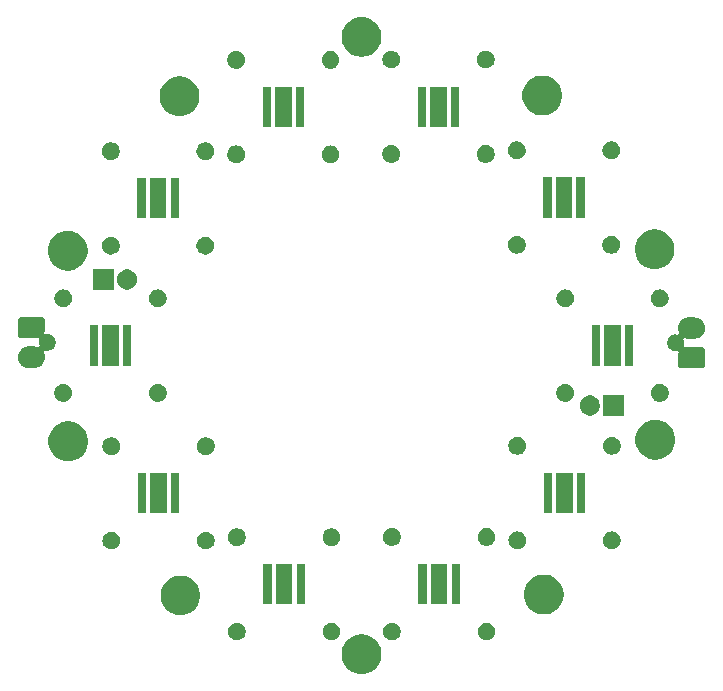
<source format=gbr>
G04 #@! TF.GenerationSoftware,KiCad,Pcbnew,(5.0.2)-1*
G04 #@! TF.CreationDate,2020-03-10T14:07:47-07:00*
G04 #@! TF.ProjectId,ring_illuminator,72696e67-5f69-46c6-9c75-6d696e61746f,rev?*
G04 #@! TF.SameCoordinates,Original*
G04 #@! TF.FileFunction,Soldermask,Top*
G04 #@! TF.FilePolarity,Negative*
%FSLAX46Y46*%
G04 Gerber Fmt 4.6, Leading zero omitted, Abs format (unit mm)*
G04 Created by KiCad (PCBNEW (5.0.2)-1) date 3/10/2020 2:07:47 PM*
%MOMM*%
%LPD*%
G01*
G04 APERTURE LIST*
%ADD10C,0.100000*%
G04 APERTURE END LIST*
D10*
G36*
X327947Y-24476300D02*
X490330Y-24508600D01*
X796252Y-24635317D01*
X1071575Y-24819282D01*
X1305718Y-25053425D01*
X1489683Y-25328748D01*
X1616400Y-25634670D01*
X1681000Y-25959436D01*
X1681000Y-26290564D01*
X1616400Y-26615330D01*
X1489683Y-26921252D01*
X1305718Y-27196575D01*
X1071575Y-27430718D01*
X796252Y-27614683D01*
X490330Y-27741400D01*
X327947Y-27773700D01*
X165565Y-27806000D01*
X-165565Y-27806000D01*
X-327947Y-27773700D01*
X-490330Y-27741400D01*
X-796252Y-27614683D01*
X-1071575Y-27430718D01*
X-1305718Y-27196575D01*
X-1489683Y-26921252D01*
X-1616400Y-26615330D01*
X-1681000Y-26290564D01*
X-1681000Y-25959436D01*
X-1616400Y-25634670D01*
X-1489683Y-25328748D01*
X-1305718Y-25053425D01*
X-1071575Y-24819282D01*
X-796252Y-24635317D01*
X-490330Y-24508600D01*
X-327947Y-24476300D01*
X-165565Y-24444000D01*
X165565Y-24444000D01*
X327947Y-24476300D01*
X327947Y-24476300D01*
G37*
G36*
X-2414996Y-23476544D02*
X-2327941Y-23493860D01*
X-2191268Y-23550472D01*
X-2191267Y-23550473D01*
X-2068262Y-23632662D01*
X-1963662Y-23737262D01*
X-1963660Y-23737265D01*
X-1881472Y-23860268D01*
X-1824860Y-23996941D01*
X-1796000Y-24142033D01*
X-1796000Y-24289967D01*
X-1824860Y-24435059D01*
X-1881472Y-24571732D01*
X-1881473Y-24571733D01*
X-1963662Y-24694738D01*
X-2068262Y-24799338D01*
X-2068265Y-24799340D01*
X-2191268Y-24881528D01*
X-2327941Y-24938140D01*
X-2414996Y-24955456D01*
X-2473031Y-24967000D01*
X-2620969Y-24967000D01*
X-2679004Y-24955456D01*
X-2766059Y-24938140D01*
X-2902732Y-24881528D01*
X-3025735Y-24799340D01*
X-3025738Y-24799338D01*
X-3130338Y-24694738D01*
X-3212527Y-24571733D01*
X-3212528Y-24571732D01*
X-3269140Y-24435059D01*
X-3298000Y-24289967D01*
X-3298000Y-24142033D01*
X-3269140Y-23996941D01*
X-3212528Y-23860268D01*
X-3130340Y-23737265D01*
X-3130338Y-23737262D01*
X-3025738Y-23632662D01*
X-2902733Y-23550473D01*
X-2902732Y-23550472D01*
X-2766059Y-23493860D01*
X-2679004Y-23476544D01*
X-2620969Y-23465000D01*
X-2473031Y-23465000D01*
X-2414996Y-23476544D01*
X-2414996Y-23476544D01*
G37*
G36*
X-10414996Y-23476544D02*
X-10327941Y-23493860D01*
X-10191268Y-23550472D01*
X-10191267Y-23550473D01*
X-10068262Y-23632662D01*
X-9963662Y-23737262D01*
X-9963660Y-23737265D01*
X-9881472Y-23860268D01*
X-9824860Y-23996941D01*
X-9796000Y-24142033D01*
X-9796000Y-24289967D01*
X-9824860Y-24435059D01*
X-9881472Y-24571732D01*
X-9881473Y-24571733D01*
X-9963662Y-24694738D01*
X-10068262Y-24799338D01*
X-10068265Y-24799340D01*
X-10191268Y-24881528D01*
X-10327941Y-24938140D01*
X-10414996Y-24955456D01*
X-10473031Y-24967000D01*
X-10620969Y-24967000D01*
X-10679004Y-24955456D01*
X-10766059Y-24938140D01*
X-10902732Y-24881528D01*
X-11025735Y-24799340D01*
X-11025738Y-24799338D01*
X-11130338Y-24694738D01*
X-11212527Y-24571733D01*
X-11212528Y-24571732D01*
X-11269140Y-24435059D01*
X-11298000Y-24289967D01*
X-11298000Y-24142033D01*
X-11269140Y-23996941D01*
X-11212528Y-23860268D01*
X-11130340Y-23737265D01*
X-11130338Y-23737262D01*
X-11025738Y-23632662D01*
X-10902733Y-23550473D01*
X-10902732Y-23550472D01*
X-10766059Y-23493860D01*
X-10679004Y-23476544D01*
X-10620969Y-23465000D01*
X-10473031Y-23465000D01*
X-10414996Y-23476544D01*
X-10414996Y-23476544D01*
G37*
G36*
X2711004Y-23466544D02*
X2798059Y-23483860D01*
X2934732Y-23540472D01*
X3056079Y-23621554D01*
X3057738Y-23622662D01*
X3162338Y-23727262D01*
X3162340Y-23727265D01*
X3244528Y-23850268D01*
X3301140Y-23986941D01*
X3330000Y-24132033D01*
X3330000Y-24279967D01*
X3301140Y-24425059D01*
X3244528Y-24561732D01*
X3195360Y-24635317D01*
X3162338Y-24684738D01*
X3057738Y-24789338D01*
X3057735Y-24789340D01*
X2934732Y-24871528D01*
X2798059Y-24928140D01*
X2711004Y-24945456D01*
X2652969Y-24957000D01*
X2505031Y-24957000D01*
X2446996Y-24945456D01*
X2359941Y-24928140D01*
X2223268Y-24871528D01*
X2100265Y-24789340D01*
X2100262Y-24789338D01*
X1995662Y-24684738D01*
X1962640Y-24635317D01*
X1913472Y-24561732D01*
X1856860Y-24425059D01*
X1828000Y-24279967D01*
X1828000Y-24132033D01*
X1856860Y-23986941D01*
X1913472Y-23850268D01*
X1995660Y-23727265D01*
X1995662Y-23727262D01*
X2100262Y-23622662D01*
X2101921Y-23621554D01*
X2223268Y-23540472D01*
X2359941Y-23483860D01*
X2446996Y-23466544D01*
X2505031Y-23455000D01*
X2652969Y-23455000D01*
X2711004Y-23466544D01*
X2711004Y-23466544D01*
G37*
G36*
X10711004Y-23466544D02*
X10798059Y-23483860D01*
X10934732Y-23540472D01*
X11056079Y-23621554D01*
X11057738Y-23622662D01*
X11162338Y-23727262D01*
X11162340Y-23727265D01*
X11244528Y-23850268D01*
X11301140Y-23986941D01*
X11330000Y-24132033D01*
X11330000Y-24279967D01*
X11301140Y-24425059D01*
X11244528Y-24561732D01*
X11195360Y-24635317D01*
X11162338Y-24684738D01*
X11057738Y-24789338D01*
X11057735Y-24789340D01*
X10934732Y-24871528D01*
X10798059Y-24928140D01*
X10711004Y-24945456D01*
X10652969Y-24957000D01*
X10505031Y-24957000D01*
X10446996Y-24945456D01*
X10359941Y-24928140D01*
X10223268Y-24871528D01*
X10100265Y-24789340D01*
X10100262Y-24789338D01*
X9995662Y-24684738D01*
X9962640Y-24635317D01*
X9913472Y-24561732D01*
X9856860Y-24425059D01*
X9828000Y-24279967D01*
X9828000Y-24132033D01*
X9856860Y-23986941D01*
X9913472Y-23850268D01*
X9995660Y-23727265D01*
X9995662Y-23727262D01*
X10100262Y-23622662D01*
X10101921Y-23621554D01*
X10223268Y-23540472D01*
X10359941Y-23483860D01*
X10446996Y-23466544D01*
X10505031Y-23455000D01*
X10652969Y-23455000D01*
X10711004Y-23466544D01*
X10711004Y-23466544D01*
G37*
G36*
X-15004053Y-19504300D02*
X-14841670Y-19536600D01*
X-14535748Y-19663317D01*
X-14260425Y-19847282D01*
X-14026282Y-20081425D01*
X-13842317Y-20356748D01*
X-13715600Y-20662670D01*
X-13715600Y-20662671D01*
X-13665719Y-20913436D01*
X-13651000Y-20987436D01*
X-13651000Y-21318564D01*
X-13715600Y-21643330D01*
X-13842317Y-21949252D01*
X-14026282Y-22224575D01*
X-14260425Y-22458718D01*
X-14535748Y-22642683D01*
X-14841670Y-22769400D01*
X-15004053Y-22801700D01*
X-15166435Y-22834000D01*
X-15497565Y-22834000D01*
X-15659947Y-22801700D01*
X-15822330Y-22769400D01*
X-16128252Y-22642683D01*
X-16403575Y-22458718D01*
X-16637718Y-22224575D01*
X-16821683Y-21949252D01*
X-16948400Y-21643330D01*
X-17013000Y-21318564D01*
X-17013000Y-20987436D01*
X-16998280Y-20913436D01*
X-16948400Y-20662671D01*
X-16948400Y-20662670D01*
X-16821683Y-20356748D01*
X-16637718Y-20081425D01*
X-16403575Y-19847282D01*
X-16128252Y-19663317D01*
X-15822330Y-19536600D01*
X-15659947Y-19504300D01*
X-15497565Y-19472000D01*
X-15166435Y-19472000D01*
X-15004053Y-19504300D01*
X-15004053Y-19504300D01*
G37*
G36*
X15760947Y-19430300D02*
X15923330Y-19462600D01*
X16229252Y-19589317D01*
X16504575Y-19773282D01*
X16738718Y-20007425D01*
X16922683Y-20282748D01*
X17049400Y-20588670D01*
X17064120Y-20662671D01*
X17114000Y-20913435D01*
X17114000Y-21244565D01*
X17099280Y-21318565D01*
X17049400Y-21569330D01*
X16922683Y-21875252D01*
X16738718Y-22150575D01*
X16504575Y-22384718D01*
X16229252Y-22568683D01*
X15923330Y-22695400D01*
X15760947Y-22727700D01*
X15598565Y-22760000D01*
X15267435Y-22760000D01*
X15105053Y-22727700D01*
X14942670Y-22695400D01*
X14636748Y-22568683D01*
X14361425Y-22384718D01*
X14127282Y-22150575D01*
X13943317Y-21875252D01*
X13816600Y-21569330D01*
X13766720Y-21318565D01*
X13752000Y-21244565D01*
X13752000Y-20913435D01*
X13801880Y-20662671D01*
X13816600Y-20588670D01*
X13943317Y-20282748D01*
X14127282Y-20007425D01*
X14361425Y-19773282D01*
X14636748Y-19589317D01*
X14942670Y-19462600D01*
X15105053Y-19430300D01*
X15267435Y-19398000D01*
X15598565Y-19398000D01*
X15760947Y-19430300D01*
X15760947Y-19430300D01*
G37*
G36*
X-7596000Y-21917000D02*
X-8298000Y-21917000D01*
X-8298000Y-18515000D01*
X-7596000Y-18515000D01*
X-7596000Y-21917000D01*
X-7596000Y-21917000D01*
G37*
G36*
X-4796000Y-21917000D02*
X-5498000Y-21917000D01*
X-5498000Y-18515000D01*
X-4796000Y-18515000D01*
X-4796000Y-21917000D01*
X-4796000Y-21917000D01*
G37*
G36*
X-5846000Y-21917000D02*
X-7248000Y-21917000D01*
X-7248000Y-18515000D01*
X-5846000Y-18515000D01*
X-5846000Y-21917000D01*
X-5846000Y-21917000D01*
G37*
G36*
X7280000Y-21907000D02*
X5878000Y-21907000D01*
X5878000Y-18505000D01*
X7280000Y-18505000D01*
X7280000Y-21907000D01*
X7280000Y-21907000D01*
G37*
G36*
X5530000Y-21907000D02*
X4828000Y-21907000D01*
X4828000Y-18505000D01*
X5530000Y-18505000D01*
X5530000Y-21907000D01*
X5530000Y-21907000D01*
G37*
G36*
X8330000Y-21907000D02*
X7628000Y-21907000D01*
X7628000Y-18505000D01*
X8330000Y-18505000D01*
X8330000Y-21907000D01*
X8330000Y-21907000D01*
G37*
G36*
X-21043996Y-15772544D02*
X-20956941Y-15789860D01*
X-20820268Y-15846472D01*
X-20698921Y-15927554D01*
X-20697262Y-15928662D01*
X-20592662Y-16033262D01*
X-20592660Y-16033265D01*
X-20510472Y-16156268D01*
X-20453860Y-16292941D01*
X-20436544Y-16379996D01*
X-20425591Y-16435059D01*
X-20425000Y-16438033D01*
X-20425000Y-16585967D01*
X-20453860Y-16731059D01*
X-20510472Y-16867732D01*
X-20557517Y-16938140D01*
X-20592662Y-16990738D01*
X-20697262Y-17095338D01*
X-20697265Y-17095340D01*
X-20820268Y-17177528D01*
X-20956941Y-17234140D01*
X-21043996Y-17251456D01*
X-21102031Y-17263000D01*
X-21249969Y-17263000D01*
X-21308004Y-17251456D01*
X-21395059Y-17234140D01*
X-21531732Y-17177528D01*
X-21654735Y-17095340D01*
X-21654738Y-17095338D01*
X-21759338Y-16990738D01*
X-21794483Y-16938140D01*
X-21841528Y-16867732D01*
X-21898140Y-16731059D01*
X-21927000Y-16585967D01*
X-21927000Y-16438033D01*
X-21926408Y-16435059D01*
X-21915456Y-16379996D01*
X-21898140Y-16292941D01*
X-21841528Y-16156268D01*
X-21759340Y-16033265D01*
X-21759338Y-16033262D01*
X-21654738Y-15928662D01*
X-21653079Y-15927554D01*
X-21531732Y-15846472D01*
X-21395059Y-15789860D01*
X-21308004Y-15772544D01*
X-21249969Y-15761000D01*
X-21102031Y-15761000D01*
X-21043996Y-15772544D01*
X-21043996Y-15772544D01*
G37*
G36*
X-13043996Y-15772544D02*
X-12956941Y-15789860D01*
X-12820268Y-15846472D01*
X-12698921Y-15927554D01*
X-12697262Y-15928662D01*
X-12592662Y-16033262D01*
X-12592660Y-16033265D01*
X-12510472Y-16156268D01*
X-12453860Y-16292941D01*
X-12436544Y-16379996D01*
X-12425591Y-16435059D01*
X-12425000Y-16438033D01*
X-12425000Y-16585967D01*
X-12453860Y-16731059D01*
X-12510472Y-16867732D01*
X-12557517Y-16938140D01*
X-12592662Y-16990738D01*
X-12697262Y-17095338D01*
X-12697265Y-17095340D01*
X-12820268Y-17177528D01*
X-12956941Y-17234140D01*
X-13043996Y-17251456D01*
X-13102031Y-17263000D01*
X-13249969Y-17263000D01*
X-13308004Y-17251456D01*
X-13395059Y-17234140D01*
X-13531732Y-17177528D01*
X-13654735Y-17095340D01*
X-13654738Y-17095338D01*
X-13759338Y-16990738D01*
X-13794483Y-16938140D01*
X-13841528Y-16867732D01*
X-13898140Y-16731059D01*
X-13927000Y-16585967D01*
X-13927000Y-16438033D01*
X-13926408Y-16435059D01*
X-13915456Y-16379996D01*
X-13898140Y-16292941D01*
X-13841528Y-16156268D01*
X-13759340Y-16033265D01*
X-13759338Y-16033262D01*
X-13654738Y-15928662D01*
X-13653079Y-15927554D01*
X-13531732Y-15846472D01*
X-13395059Y-15789860D01*
X-13308004Y-15772544D01*
X-13249969Y-15761000D01*
X-13102031Y-15761000D01*
X-13043996Y-15772544D01*
X-13043996Y-15772544D01*
G37*
G36*
X21328004Y-15745544D02*
X21415059Y-15762860D01*
X21551732Y-15819472D01*
X21673079Y-15900554D01*
X21674738Y-15901662D01*
X21779338Y-16006262D01*
X21779340Y-16006265D01*
X21861528Y-16129268D01*
X21918140Y-16265941D01*
X21923511Y-16292944D01*
X21947000Y-16411031D01*
X21947000Y-16558969D01*
X21941629Y-16585969D01*
X21918140Y-16704059D01*
X21861528Y-16840732D01*
X21834269Y-16881528D01*
X21779338Y-16963738D01*
X21674738Y-17068338D01*
X21674735Y-17068340D01*
X21551732Y-17150528D01*
X21415059Y-17207140D01*
X21328004Y-17224456D01*
X21269969Y-17236000D01*
X21122031Y-17236000D01*
X21063996Y-17224456D01*
X20976941Y-17207140D01*
X20840268Y-17150528D01*
X20717265Y-17068340D01*
X20717262Y-17068338D01*
X20612662Y-16963738D01*
X20557731Y-16881528D01*
X20530472Y-16840732D01*
X20473860Y-16704059D01*
X20450371Y-16585969D01*
X20445000Y-16558969D01*
X20445000Y-16411031D01*
X20468489Y-16292944D01*
X20473860Y-16265941D01*
X20530472Y-16129268D01*
X20612660Y-16006265D01*
X20612662Y-16006262D01*
X20717262Y-15901662D01*
X20718921Y-15900554D01*
X20840268Y-15819472D01*
X20976941Y-15762860D01*
X21063996Y-15745544D01*
X21122031Y-15734000D01*
X21269969Y-15734000D01*
X21328004Y-15745544D01*
X21328004Y-15745544D01*
G37*
G36*
X13328004Y-15745544D02*
X13415059Y-15762860D01*
X13551732Y-15819472D01*
X13673079Y-15900554D01*
X13674738Y-15901662D01*
X13779338Y-16006262D01*
X13779340Y-16006265D01*
X13861528Y-16129268D01*
X13918140Y-16265941D01*
X13923511Y-16292944D01*
X13947000Y-16411031D01*
X13947000Y-16558969D01*
X13941629Y-16585969D01*
X13918140Y-16704059D01*
X13861528Y-16840732D01*
X13834269Y-16881528D01*
X13779338Y-16963738D01*
X13674738Y-17068338D01*
X13674735Y-17068340D01*
X13551732Y-17150528D01*
X13415059Y-17207140D01*
X13328004Y-17224456D01*
X13269969Y-17236000D01*
X13122031Y-17236000D01*
X13063996Y-17224456D01*
X12976941Y-17207140D01*
X12840268Y-17150528D01*
X12717265Y-17068340D01*
X12717262Y-17068338D01*
X12612662Y-16963738D01*
X12557731Y-16881528D01*
X12530472Y-16840732D01*
X12473860Y-16704059D01*
X12450371Y-16585969D01*
X12445000Y-16558969D01*
X12445000Y-16411031D01*
X12468489Y-16292944D01*
X12473860Y-16265941D01*
X12530472Y-16129268D01*
X12612660Y-16006265D01*
X12612662Y-16006262D01*
X12717262Y-15901662D01*
X12718921Y-15900554D01*
X12840268Y-15819472D01*
X12976941Y-15762860D01*
X13063996Y-15745544D01*
X13122031Y-15734000D01*
X13269969Y-15734000D01*
X13328004Y-15745544D01*
X13328004Y-15745544D01*
G37*
G36*
X-10414996Y-15476544D02*
X-10327941Y-15493860D01*
X-10191268Y-15550472D01*
X-10191267Y-15550473D01*
X-10068262Y-15632662D01*
X-9963662Y-15737262D01*
X-9963660Y-15737265D01*
X-9881472Y-15860268D01*
X-9824860Y-15996941D01*
X-9817635Y-16033265D01*
X-9796000Y-16142031D01*
X-9796000Y-16289969D01*
X-9796592Y-16292944D01*
X-9824860Y-16435059D01*
X-9881472Y-16571732D01*
X-9881473Y-16571733D01*
X-9963662Y-16694738D01*
X-10068262Y-16799338D01*
X-10068265Y-16799340D01*
X-10191268Y-16881528D01*
X-10327941Y-16938140D01*
X-10414996Y-16955456D01*
X-10473031Y-16967000D01*
X-10620969Y-16967000D01*
X-10679004Y-16955456D01*
X-10766059Y-16938140D01*
X-10902732Y-16881528D01*
X-11025735Y-16799340D01*
X-11025738Y-16799338D01*
X-11130338Y-16694738D01*
X-11212527Y-16571733D01*
X-11212528Y-16571732D01*
X-11269140Y-16435059D01*
X-11297408Y-16292944D01*
X-11298000Y-16289969D01*
X-11298000Y-16142031D01*
X-11276365Y-16033265D01*
X-11269140Y-15996941D01*
X-11212528Y-15860268D01*
X-11130340Y-15737265D01*
X-11130338Y-15737262D01*
X-11025738Y-15632662D01*
X-10902733Y-15550473D01*
X-10902732Y-15550472D01*
X-10766059Y-15493860D01*
X-10679004Y-15476544D01*
X-10620969Y-15465000D01*
X-10473031Y-15465000D01*
X-10414996Y-15476544D01*
X-10414996Y-15476544D01*
G37*
G36*
X-2414996Y-15476544D02*
X-2327941Y-15493860D01*
X-2191268Y-15550472D01*
X-2191267Y-15550473D01*
X-2068262Y-15632662D01*
X-1963662Y-15737262D01*
X-1963660Y-15737265D01*
X-1881472Y-15860268D01*
X-1824860Y-15996941D01*
X-1817635Y-16033265D01*
X-1796000Y-16142031D01*
X-1796000Y-16289969D01*
X-1796592Y-16292944D01*
X-1824860Y-16435059D01*
X-1881472Y-16571732D01*
X-1881473Y-16571733D01*
X-1963662Y-16694738D01*
X-2068262Y-16799338D01*
X-2068265Y-16799340D01*
X-2191268Y-16881528D01*
X-2327941Y-16938140D01*
X-2414996Y-16955456D01*
X-2473031Y-16967000D01*
X-2620969Y-16967000D01*
X-2679004Y-16955456D01*
X-2766059Y-16938140D01*
X-2902732Y-16881528D01*
X-3025735Y-16799340D01*
X-3025738Y-16799338D01*
X-3130338Y-16694738D01*
X-3212527Y-16571733D01*
X-3212528Y-16571732D01*
X-3269140Y-16435059D01*
X-3297408Y-16292944D01*
X-3298000Y-16289969D01*
X-3298000Y-16142031D01*
X-3276365Y-16033265D01*
X-3269140Y-15996941D01*
X-3212528Y-15860268D01*
X-3130340Y-15737265D01*
X-3130338Y-15737262D01*
X-3025738Y-15632662D01*
X-2902733Y-15550473D01*
X-2902732Y-15550472D01*
X-2766059Y-15493860D01*
X-2679004Y-15476544D01*
X-2620969Y-15465000D01*
X-2473031Y-15465000D01*
X-2414996Y-15476544D01*
X-2414996Y-15476544D01*
G37*
G36*
X2711004Y-15466544D02*
X2798059Y-15483860D01*
X2934732Y-15540472D01*
X3056079Y-15621554D01*
X3057738Y-15622662D01*
X3162338Y-15727262D01*
X3162340Y-15727265D01*
X3244528Y-15850268D01*
X3301140Y-15986941D01*
X3310354Y-16033265D01*
X3330000Y-16132031D01*
X3330000Y-16279969D01*
X3327419Y-16292944D01*
X3301140Y-16425059D01*
X3244528Y-16561732D01*
X3228333Y-16585969D01*
X3162338Y-16684738D01*
X3057738Y-16789338D01*
X3057735Y-16789340D01*
X2934732Y-16871528D01*
X2798059Y-16928140D01*
X2711004Y-16945456D01*
X2652969Y-16957000D01*
X2505031Y-16957000D01*
X2446996Y-16945456D01*
X2359941Y-16928140D01*
X2223268Y-16871528D01*
X2100265Y-16789340D01*
X2100262Y-16789338D01*
X1995662Y-16684738D01*
X1929667Y-16585969D01*
X1913472Y-16561732D01*
X1856860Y-16425059D01*
X1830581Y-16292944D01*
X1828000Y-16279969D01*
X1828000Y-16132031D01*
X1847646Y-16033265D01*
X1856860Y-15986941D01*
X1913472Y-15850268D01*
X1995660Y-15727265D01*
X1995662Y-15727262D01*
X2100262Y-15622662D01*
X2101921Y-15621554D01*
X2223268Y-15540472D01*
X2359941Y-15483860D01*
X2446996Y-15466544D01*
X2505031Y-15455000D01*
X2652969Y-15455000D01*
X2711004Y-15466544D01*
X2711004Y-15466544D01*
G37*
G36*
X10711004Y-15466544D02*
X10798059Y-15483860D01*
X10934732Y-15540472D01*
X11056079Y-15621554D01*
X11057738Y-15622662D01*
X11162338Y-15727262D01*
X11162340Y-15727265D01*
X11244528Y-15850268D01*
X11301140Y-15986941D01*
X11310354Y-16033265D01*
X11330000Y-16132031D01*
X11330000Y-16279969D01*
X11327419Y-16292944D01*
X11301140Y-16425059D01*
X11244528Y-16561732D01*
X11228333Y-16585969D01*
X11162338Y-16684738D01*
X11057738Y-16789338D01*
X11057735Y-16789340D01*
X10934732Y-16871528D01*
X10798059Y-16928140D01*
X10711004Y-16945456D01*
X10652969Y-16957000D01*
X10505031Y-16957000D01*
X10446996Y-16945456D01*
X10359941Y-16928140D01*
X10223268Y-16871528D01*
X10100265Y-16789340D01*
X10100262Y-16789338D01*
X9995662Y-16684738D01*
X9929667Y-16585969D01*
X9913472Y-16561732D01*
X9856860Y-16425059D01*
X9830581Y-16292944D01*
X9828000Y-16279969D01*
X9828000Y-16132031D01*
X9847646Y-16033265D01*
X9856860Y-15986941D01*
X9913472Y-15850268D01*
X9995660Y-15727265D01*
X9995662Y-15727262D01*
X10100262Y-15622662D01*
X10101921Y-15621554D01*
X10223268Y-15540472D01*
X10359941Y-15483860D01*
X10446996Y-15466544D01*
X10505031Y-15455000D01*
X10652969Y-15455000D01*
X10711004Y-15466544D01*
X10711004Y-15466544D01*
G37*
G36*
X-15425000Y-14213000D02*
X-16127000Y-14213000D01*
X-16127000Y-10811000D01*
X-15425000Y-10811000D01*
X-15425000Y-14213000D01*
X-15425000Y-14213000D01*
G37*
G36*
X-16475000Y-14213000D02*
X-17877000Y-14213000D01*
X-17877000Y-10811000D01*
X-16475000Y-10811000D01*
X-16475000Y-14213000D01*
X-16475000Y-14213000D01*
G37*
G36*
X-18225000Y-14213000D02*
X-18927000Y-14213000D01*
X-18927000Y-10811000D01*
X-18225000Y-10811000D01*
X-18225000Y-14213000D01*
X-18225000Y-14213000D01*
G37*
G36*
X16147000Y-14186000D02*
X15445000Y-14186000D01*
X15445000Y-10784000D01*
X16147000Y-10784000D01*
X16147000Y-14186000D01*
X16147000Y-14186000D01*
G37*
G36*
X18947000Y-14186000D02*
X18245000Y-14186000D01*
X18245000Y-10784000D01*
X18947000Y-10784000D01*
X18947000Y-14186000D01*
X18947000Y-14186000D01*
G37*
G36*
X17897000Y-14186000D02*
X16495000Y-14186000D01*
X16495000Y-10784000D01*
X17897000Y-10784000D01*
X17897000Y-14186000D01*
X17897000Y-14186000D01*
G37*
G36*
X-24507053Y-6460300D02*
X-24344670Y-6492600D01*
X-24038748Y-6619317D01*
X-23763425Y-6803282D01*
X-23529282Y-7037425D01*
X-23345317Y-7312748D01*
X-23218600Y-7618670D01*
X-23154000Y-7943436D01*
X-23154000Y-8274564D01*
X-23218600Y-8599330D01*
X-23345317Y-8905252D01*
X-23529282Y-9180575D01*
X-23763425Y-9414718D01*
X-24038748Y-9598683D01*
X-24344670Y-9725400D01*
X-24507053Y-9757700D01*
X-24669435Y-9790000D01*
X-25000565Y-9790000D01*
X-25162947Y-9757700D01*
X-25325330Y-9725400D01*
X-25631252Y-9598683D01*
X-25906575Y-9414718D01*
X-26140718Y-9180575D01*
X-26324683Y-8905252D01*
X-26451400Y-8599330D01*
X-26516000Y-8274564D01*
X-26516000Y-7943436D01*
X-26451400Y-7618670D01*
X-26324683Y-7312748D01*
X-26140718Y-7037425D01*
X-25906575Y-6803282D01*
X-25631252Y-6619317D01*
X-25325330Y-6492600D01*
X-25162947Y-6460300D01*
X-25000565Y-6428000D01*
X-24669435Y-6428000D01*
X-24507053Y-6460300D01*
X-24507053Y-6460300D01*
G37*
G36*
X25200947Y-6341300D02*
X25363330Y-6373600D01*
X25669252Y-6500317D01*
X25944575Y-6684282D01*
X26178718Y-6918425D01*
X26362683Y-7193748D01*
X26489400Y-7499670D01*
X26489400Y-7499671D01*
X26547123Y-7789860D01*
X26554000Y-7824436D01*
X26554000Y-8155564D01*
X26489400Y-8480330D01*
X26362683Y-8786252D01*
X26178718Y-9061575D01*
X25944575Y-9295718D01*
X25669252Y-9479683D01*
X25363330Y-9606400D01*
X25200947Y-9638700D01*
X25038565Y-9671000D01*
X24707435Y-9671000D01*
X24545053Y-9638700D01*
X24382670Y-9606400D01*
X24076748Y-9479683D01*
X23801425Y-9295718D01*
X23567282Y-9061575D01*
X23383317Y-8786252D01*
X23256600Y-8480330D01*
X23192000Y-8155564D01*
X23192000Y-7824436D01*
X23198878Y-7789860D01*
X23256600Y-7499671D01*
X23256600Y-7499670D01*
X23383317Y-7193748D01*
X23567282Y-6918425D01*
X23801425Y-6684282D01*
X24076748Y-6500317D01*
X24382670Y-6373600D01*
X24545053Y-6341300D01*
X24707435Y-6309000D01*
X25038565Y-6309000D01*
X25200947Y-6341300D01*
X25200947Y-6341300D01*
G37*
G36*
X-13043996Y-7772544D02*
X-12956941Y-7789860D01*
X-12820268Y-7846472D01*
X-12698921Y-7927554D01*
X-12697262Y-7928662D01*
X-12592662Y-8033262D01*
X-12592660Y-8033265D01*
X-12510472Y-8156268D01*
X-12453860Y-8292941D01*
X-12436544Y-8379996D01*
X-12430370Y-8411033D01*
X-12425000Y-8438033D01*
X-12425000Y-8585967D01*
X-12453860Y-8731059D01*
X-12510472Y-8867732D01*
X-12535542Y-8905252D01*
X-12592662Y-8990738D01*
X-12697262Y-9095338D01*
X-12697265Y-9095340D01*
X-12820268Y-9177528D01*
X-12956941Y-9234140D01*
X-13043996Y-9251456D01*
X-13102031Y-9263000D01*
X-13249969Y-9263000D01*
X-13308004Y-9251456D01*
X-13395059Y-9234140D01*
X-13531732Y-9177528D01*
X-13654735Y-9095340D01*
X-13654738Y-9095338D01*
X-13759338Y-8990738D01*
X-13816458Y-8905252D01*
X-13841528Y-8867732D01*
X-13898140Y-8731059D01*
X-13927000Y-8585967D01*
X-13927000Y-8438033D01*
X-13921629Y-8411033D01*
X-13915456Y-8379996D01*
X-13898140Y-8292941D01*
X-13841528Y-8156268D01*
X-13759340Y-8033265D01*
X-13759338Y-8033262D01*
X-13654738Y-7928662D01*
X-13653079Y-7927554D01*
X-13531732Y-7846472D01*
X-13395059Y-7789860D01*
X-13308004Y-7772544D01*
X-13249969Y-7761000D01*
X-13102031Y-7761000D01*
X-13043996Y-7772544D01*
X-13043996Y-7772544D01*
G37*
G36*
X-21043996Y-7772544D02*
X-20956941Y-7789860D01*
X-20820268Y-7846472D01*
X-20698921Y-7927554D01*
X-20697262Y-7928662D01*
X-20592662Y-8033262D01*
X-20592660Y-8033265D01*
X-20510472Y-8156268D01*
X-20453860Y-8292941D01*
X-20436544Y-8379996D01*
X-20430370Y-8411033D01*
X-20425000Y-8438033D01*
X-20425000Y-8585967D01*
X-20453860Y-8731059D01*
X-20510472Y-8867732D01*
X-20535542Y-8905252D01*
X-20592662Y-8990738D01*
X-20697262Y-9095338D01*
X-20697265Y-9095340D01*
X-20820268Y-9177528D01*
X-20956941Y-9234140D01*
X-21043996Y-9251456D01*
X-21102031Y-9263000D01*
X-21249969Y-9263000D01*
X-21308004Y-9251456D01*
X-21395059Y-9234140D01*
X-21531732Y-9177528D01*
X-21654735Y-9095340D01*
X-21654738Y-9095338D01*
X-21759338Y-8990738D01*
X-21816458Y-8905252D01*
X-21841528Y-8867732D01*
X-21898140Y-8731059D01*
X-21927000Y-8585967D01*
X-21927000Y-8438033D01*
X-21921629Y-8411033D01*
X-21915456Y-8379996D01*
X-21898140Y-8292941D01*
X-21841528Y-8156268D01*
X-21759340Y-8033265D01*
X-21759338Y-8033262D01*
X-21654738Y-7928662D01*
X-21653079Y-7927554D01*
X-21531732Y-7846472D01*
X-21395059Y-7789860D01*
X-21308004Y-7772544D01*
X-21249969Y-7761000D01*
X-21102031Y-7761000D01*
X-21043996Y-7772544D01*
X-21043996Y-7772544D01*
G37*
G36*
X21328004Y-7745544D02*
X21415059Y-7762860D01*
X21551732Y-7819472D01*
X21559161Y-7824436D01*
X21674738Y-7901662D01*
X21779338Y-8006262D01*
X21779340Y-8006265D01*
X21861528Y-8129268D01*
X21918140Y-8265941D01*
X21923511Y-8292944D01*
X21947000Y-8411031D01*
X21947000Y-8558969D01*
X21935456Y-8617004D01*
X21918140Y-8704059D01*
X21861528Y-8840732D01*
X21818418Y-8905251D01*
X21779338Y-8963738D01*
X21674738Y-9068338D01*
X21674735Y-9068340D01*
X21551732Y-9150528D01*
X21415059Y-9207140D01*
X21328004Y-9224456D01*
X21269969Y-9236000D01*
X21122031Y-9236000D01*
X21063996Y-9224456D01*
X20976941Y-9207140D01*
X20840268Y-9150528D01*
X20717265Y-9068340D01*
X20717262Y-9068338D01*
X20612662Y-8963738D01*
X20573582Y-8905251D01*
X20530472Y-8840732D01*
X20473860Y-8704059D01*
X20456544Y-8617004D01*
X20445000Y-8558969D01*
X20445000Y-8411031D01*
X20468489Y-8292944D01*
X20473860Y-8265941D01*
X20530472Y-8129268D01*
X20612660Y-8006265D01*
X20612662Y-8006262D01*
X20717262Y-7901662D01*
X20832839Y-7824436D01*
X20840268Y-7819472D01*
X20976941Y-7762860D01*
X21063996Y-7745544D01*
X21122031Y-7734000D01*
X21269969Y-7734000D01*
X21328004Y-7745544D01*
X21328004Y-7745544D01*
G37*
G36*
X13328004Y-7745544D02*
X13415059Y-7762860D01*
X13551732Y-7819472D01*
X13559161Y-7824436D01*
X13674738Y-7901662D01*
X13779338Y-8006262D01*
X13779340Y-8006265D01*
X13861528Y-8129268D01*
X13918140Y-8265941D01*
X13923511Y-8292944D01*
X13947000Y-8411031D01*
X13947000Y-8558969D01*
X13935456Y-8617004D01*
X13918140Y-8704059D01*
X13861528Y-8840732D01*
X13818418Y-8905251D01*
X13779338Y-8963738D01*
X13674738Y-9068338D01*
X13674735Y-9068340D01*
X13551732Y-9150528D01*
X13415059Y-9207140D01*
X13328004Y-9224456D01*
X13269969Y-9236000D01*
X13122031Y-9236000D01*
X13063996Y-9224456D01*
X12976941Y-9207140D01*
X12840268Y-9150528D01*
X12717265Y-9068340D01*
X12717262Y-9068338D01*
X12612662Y-8963738D01*
X12573582Y-8905251D01*
X12530472Y-8840732D01*
X12473860Y-8704059D01*
X12456544Y-8617004D01*
X12445000Y-8558969D01*
X12445000Y-8411031D01*
X12468489Y-8292944D01*
X12473860Y-8265941D01*
X12530472Y-8129268D01*
X12612660Y-8006265D01*
X12612662Y-8006262D01*
X12717262Y-7901662D01*
X12832839Y-7824436D01*
X12840268Y-7819472D01*
X12976941Y-7762860D01*
X13063996Y-7745544D01*
X13122031Y-7734000D01*
X13269969Y-7734000D01*
X13328004Y-7745544D01*
X13328004Y-7745544D01*
G37*
G36*
X22187000Y-5931000D02*
X20485000Y-5931000D01*
X20485000Y-4229000D01*
X22187000Y-4229000D01*
X22187000Y-5931000D01*
X22187000Y-5931000D01*
G37*
G36*
X19584228Y-4261703D02*
X19739100Y-4325853D01*
X19878481Y-4418985D01*
X19997015Y-4537519D01*
X20090147Y-4676900D01*
X20154297Y-4831772D01*
X20187000Y-4996184D01*
X20187000Y-5163816D01*
X20154297Y-5328228D01*
X20090147Y-5483100D01*
X19997015Y-5622481D01*
X19878481Y-5741015D01*
X19739100Y-5834147D01*
X19584228Y-5898297D01*
X19419816Y-5931000D01*
X19252184Y-5931000D01*
X19087772Y-5898297D01*
X18932900Y-5834147D01*
X18793519Y-5741015D01*
X18674985Y-5622481D01*
X18581853Y-5483100D01*
X18517703Y-5328228D01*
X18485000Y-5163816D01*
X18485000Y-4996184D01*
X18517703Y-4831772D01*
X18581853Y-4676900D01*
X18674985Y-4537519D01*
X18793519Y-4418985D01*
X18932900Y-4325853D01*
X19087772Y-4261703D01*
X19252184Y-4229000D01*
X19419816Y-4229000D01*
X19584228Y-4261703D01*
X19584228Y-4261703D01*
G37*
G36*
X17382004Y-3260544D02*
X17469059Y-3277860D01*
X17605732Y-3334472D01*
X17605733Y-3334473D01*
X17728738Y-3416662D01*
X17833338Y-3521262D01*
X17833340Y-3521265D01*
X17915528Y-3644268D01*
X17972140Y-3780941D01*
X18001000Y-3926033D01*
X18001000Y-4073967D01*
X17972140Y-4219059D01*
X17915528Y-4355732D01*
X17915527Y-4355733D01*
X17833338Y-4478738D01*
X17728738Y-4583338D01*
X17728735Y-4583340D01*
X17605732Y-4665528D01*
X17469059Y-4722140D01*
X17382004Y-4739456D01*
X17323969Y-4751000D01*
X17176031Y-4751000D01*
X17117996Y-4739456D01*
X17030941Y-4722140D01*
X16894268Y-4665528D01*
X16771265Y-4583340D01*
X16771262Y-4583338D01*
X16666662Y-4478738D01*
X16584473Y-4355733D01*
X16584472Y-4355732D01*
X16527860Y-4219059D01*
X16499000Y-4073967D01*
X16499000Y-3926033D01*
X16527860Y-3780941D01*
X16584472Y-3644268D01*
X16666660Y-3521265D01*
X16666662Y-3521262D01*
X16771262Y-3416662D01*
X16894267Y-3334473D01*
X16894268Y-3334472D01*
X17030941Y-3277860D01*
X17117996Y-3260544D01*
X17176031Y-3249000D01*
X17323969Y-3249000D01*
X17382004Y-3260544D01*
X17382004Y-3260544D01*
G37*
G36*
X25382004Y-3260544D02*
X25469059Y-3277860D01*
X25605732Y-3334472D01*
X25605733Y-3334473D01*
X25728738Y-3416662D01*
X25833338Y-3521262D01*
X25833340Y-3521265D01*
X25915528Y-3644268D01*
X25972140Y-3780941D01*
X26001000Y-3926033D01*
X26001000Y-4073967D01*
X25972140Y-4219059D01*
X25915528Y-4355732D01*
X25915527Y-4355733D01*
X25833338Y-4478738D01*
X25728738Y-4583338D01*
X25728735Y-4583340D01*
X25605732Y-4665528D01*
X25469059Y-4722140D01*
X25382004Y-4739456D01*
X25323969Y-4751000D01*
X25176031Y-4751000D01*
X25117996Y-4739456D01*
X25030941Y-4722140D01*
X24894268Y-4665528D01*
X24771265Y-4583340D01*
X24771262Y-4583338D01*
X24666662Y-4478738D01*
X24584473Y-4355733D01*
X24584472Y-4355732D01*
X24527860Y-4219059D01*
X24499000Y-4073967D01*
X24499000Y-3926033D01*
X24527860Y-3780941D01*
X24584472Y-3644268D01*
X24666660Y-3521265D01*
X24666662Y-3521262D01*
X24771262Y-3416662D01*
X24894267Y-3334473D01*
X24894268Y-3334472D01*
X25030941Y-3277860D01*
X25117996Y-3260544D01*
X25176031Y-3249000D01*
X25323969Y-3249000D01*
X25382004Y-3260544D01*
X25382004Y-3260544D01*
G37*
G36*
X-25117996Y-3260544D02*
X-25030941Y-3277860D01*
X-24894268Y-3334472D01*
X-24894267Y-3334473D01*
X-24771262Y-3416662D01*
X-24666662Y-3521262D01*
X-24666660Y-3521265D01*
X-24584472Y-3644268D01*
X-24527860Y-3780941D01*
X-24499000Y-3926033D01*
X-24499000Y-4073967D01*
X-24527860Y-4219059D01*
X-24584472Y-4355732D01*
X-24584473Y-4355733D01*
X-24666662Y-4478738D01*
X-24771262Y-4583338D01*
X-24771265Y-4583340D01*
X-24894268Y-4665528D01*
X-25030941Y-4722140D01*
X-25117996Y-4739456D01*
X-25176031Y-4751000D01*
X-25323969Y-4751000D01*
X-25382004Y-4739456D01*
X-25469059Y-4722140D01*
X-25605732Y-4665528D01*
X-25728735Y-4583340D01*
X-25728738Y-4583338D01*
X-25833338Y-4478738D01*
X-25915527Y-4355733D01*
X-25915528Y-4355732D01*
X-25972140Y-4219059D01*
X-26001000Y-4073967D01*
X-26001000Y-3926033D01*
X-25972140Y-3780941D01*
X-25915528Y-3644268D01*
X-25833340Y-3521265D01*
X-25833338Y-3521262D01*
X-25728738Y-3416662D01*
X-25605733Y-3334473D01*
X-25605732Y-3334472D01*
X-25469059Y-3277860D01*
X-25382004Y-3260544D01*
X-25323969Y-3249000D01*
X-25176031Y-3249000D01*
X-25117996Y-3260544D01*
X-25117996Y-3260544D01*
G37*
G36*
X-17117996Y-3260544D02*
X-17030941Y-3277860D01*
X-16894268Y-3334472D01*
X-16894267Y-3334473D01*
X-16771262Y-3416662D01*
X-16666662Y-3521262D01*
X-16666660Y-3521265D01*
X-16584472Y-3644268D01*
X-16527860Y-3780941D01*
X-16499000Y-3926033D01*
X-16499000Y-4073967D01*
X-16527860Y-4219059D01*
X-16584472Y-4355732D01*
X-16584473Y-4355733D01*
X-16666662Y-4478738D01*
X-16771262Y-4583338D01*
X-16771265Y-4583340D01*
X-16894268Y-4665528D01*
X-17030941Y-4722140D01*
X-17117996Y-4739456D01*
X-17176031Y-4751000D01*
X-17323969Y-4751000D01*
X-17382004Y-4739456D01*
X-17469059Y-4722140D01*
X-17605732Y-4665528D01*
X-17728735Y-4583340D01*
X-17728738Y-4583338D01*
X-17833338Y-4478738D01*
X-17915527Y-4355733D01*
X-17915528Y-4355732D01*
X-17972140Y-4219059D01*
X-18001000Y-4073967D01*
X-18001000Y-3926033D01*
X-17972140Y-3780941D01*
X-17915528Y-3644268D01*
X-17833340Y-3521265D01*
X-17833338Y-3521262D01*
X-17728738Y-3416662D01*
X-17605733Y-3334473D01*
X-17605732Y-3334472D01*
X-17469059Y-3277860D01*
X-17382004Y-3260544D01*
X-17323969Y-3249000D01*
X-17176031Y-3249000D01*
X-17117996Y-3260544D01*
X-17117996Y-3260544D01*
G37*
G36*
X28280050Y2380490D02*
X28366627Y2371963D01*
X28470703Y2340392D01*
X28536467Y2320443D01*
X28669138Y2249528D01*
X28692991Y2236778D01*
X28695709Y2234547D01*
X28830186Y2124186D01*
X28913448Y2022729D01*
X28942778Y1986991D01*
X28942779Y1986989D01*
X29026443Y1830467D01*
X29026443Y1830466D01*
X29077963Y1660627D01*
X29095359Y1484000D01*
X29077963Y1307373D01*
X29051201Y1219151D01*
X29026443Y1137533D01*
X28976446Y1043996D01*
X28942778Y981009D01*
X28921931Y955607D01*
X28830186Y843814D01*
X28750599Y778500D01*
X28692991Y731222D01*
X28692989Y731221D01*
X28536467Y647557D01*
X28489932Y633441D01*
X28366627Y596037D01*
X28300443Y589519D01*
X28234260Y583000D01*
X27645740Y583000D01*
X27601619Y587346D01*
X27513373Y596037D01*
X27417927Y624990D01*
X27393904Y629768D01*
X27369400Y629768D01*
X27345366Y624988D01*
X27322727Y615610D01*
X27302353Y601996D01*
X27285026Y584669D01*
X27271412Y564295D01*
X27262034Y541656D01*
X27257254Y517622D01*
X27257254Y493118D01*
X27266166Y457536D01*
X27274062Y438472D01*
X27301000Y303044D01*
X27301000Y164956D01*
X27272952Y23945D01*
X27270550Y-442D01*
X27272952Y-24828D01*
X27280065Y-48277D01*
X27291617Y-69888D01*
X27307162Y-88830D01*
X27326104Y-104375D01*
X27347715Y-115926D01*
X27371164Y-123039D01*
X27395551Y-125441D01*
X27419935Y-123039D01*
X27442250Y-118601D01*
X27481870Y-114698D01*
X27493064Y-114148D01*
X28786936Y-114148D01*
X28798130Y-114698D01*
X28837747Y-118600D01*
X28859696Y-122966D01*
X28894849Y-133630D01*
X28900547Y-135990D01*
X28909829Y-139834D01*
X28909833Y-139836D01*
X28915528Y-142195D01*
X28947922Y-159510D01*
X28966533Y-171946D01*
X28994926Y-195247D01*
X29010753Y-211074D01*
X29034054Y-239467D01*
X29046490Y-258078D01*
X29063805Y-290472D01*
X29066164Y-296167D01*
X29066166Y-296171D01*
X29070010Y-305453D01*
X29072370Y-311151D01*
X29083034Y-346304D01*
X29087400Y-368253D01*
X29091302Y-407870D01*
X29091852Y-419064D01*
X29091852Y-1612936D01*
X29091302Y-1624130D01*
X29087400Y-1663747D01*
X29083034Y-1685696D01*
X29072370Y-1720849D01*
X29070010Y-1726547D01*
X29066166Y-1735829D01*
X29066164Y-1735833D01*
X29063805Y-1741528D01*
X29046490Y-1773922D01*
X29034054Y-1792533D01*
X29010753Y-1820926D01*
X28994926Y-1836753D01*
X28966533Y-1860054D01*
X28947922Y-1872490D01*
X28915528Y-1889805D01*
X28909833Y-1892164D01*
X28909829Y-1892166D01*
X28900547Y-1896010D01*
X28894849Y-1898370D01*
X28859696Y-1909034D01*
X28837747Y-1913400D01*
X28798130Y-1917302D01*
X28786936Y-1917852D01*
X27093064Y-1917852D01*
X27081870Y-1917302D01*
X27042253Y-1913400D01*
X27020304Y-1909034D01*
X26985151Y-1898370D01*
X26979453Y-1896010D01*
X26970171Y-1892166D01*
X26970167Y-1892164D01*
X26964472Y-1889805D01*
X26932078Y-1872490D01*
X26913467Y-1860054D01*
X26885074Y-1836753D01*
X26869247Y-1820926D01*
X26845946Y-1792533D01*
X26833510Y-1773922D01*
X26816195Y-1741528D01*
X26813836Y-1735833D01*
X26813834Y-1735829D01*
X26809990Y-1726547D01*
X26807630Y-1720849D01*
X26796966Y-1685696D01*
X26792600Y-1663747D01*
X26788698Y-1624130D01*
X26788148Y-1612936D01*
X26788148Y-819064D01*
X26788698Y-807870D01*
X26792600Y-768253D01*
X26796966Y-746304D01*
X26807630Y-711151D01*
X26809990Y-705453D01*
X26813834Y-696171D01*
X26813836Y-696167D01*
X26816195Y-690472D01*
X26833508Y-658081D01*
X26836934Y-652954D01*
X26836937Y-652949D01*
X26838308Y-650897D01*
X26849857Y-629292D01*
X26856971Y-605843D01*
X26859373Y-581457D01*
X26856972Y-557071D01*
X26849859Y-533621D01*
X26838308Y-512010D01*
X26822763Y-493068D01*
X26803822Y-477522D01*
X26782211Y-465970D01*
X26758762Y-458856D01*
X26734376Y-456454D01*
X26709987Y-458856D01*
X26669044Y-467000D01*
X26530956Y-467000D01*
X26395528Y-440062D01*
X26267951Y-387218D01*
X26153135Y-310500D01*
X26055500Y-212865D01*
X25978782Y-98049D01*
X25925938Y29528D01*
X25899000Y164956D01*
X25899000Y303044D01*
X25925938Y438472D01*
X25978782Y566049D01*
X26055500Y680865D01*
X26153135Y778500D01*
X26267951Y855218D01*
X26395528Y908062D01*
X26530956Y935000D01*
X26669044Y935000D01*
X26737433Y921397D01*
X26761820Y918995D01*
X26786206Y921397D01*
X26809655Y928510D01*
X26831266Y940062D01*
X26850208Y955607D01*
X26865753Y974549D01*
X26877304Y996160D01*
X26884417Y1019609D01*
X26886819Y1043996D01*
X26884417Y1068382D01*
X26877304Y1091831D01*
X26872058Y1102921D01*
X26853558Y1137531D01*
X26846454Y1160949D01*
X26802037Y1307373D01*
X26784641Y1484000D01*
X26802037Y1660627D01*
X26853557Y1830466D01*
X26853557Y1830467D01*
X26937221Y1986989D01*
X26937222Y1986991D01*
X26966552Y2022729D01*
X27049814Y2124186D01*
X27184291Y2234547D01*
X27187009Y2236778D01*
X27210862Y2249528D01*
X27343533Y2320443D01*
X27409297Y2340392D01*
X27513373Y2371963D01*
X27599950Y2380490D01*
X27645740Y2385000D01*
X28234260Y2385000D01*
X28280050Y2380490D01*
X28280050Y2380490D01*
G37*
G36*
X-27081870Y2425302D02*
X-27042253Y2421400D01*
X-27020304Y2417034D01*
X-26985151Y2406370D01*
X-26979453Y2404010D01*
X-26970171Y2400166D01*
X-26970167Y2400164D01*
X-26964472Y2397805D01*
X-26932078Y2380490D01*
X-26913467Y2368054D01*
X-26885074Y2344753D01*
X-26869247Y2328926D01*
X-26845946Y2300533D01*
X-26833510Y2281922D01*
X-26816195Y2249528D01*
X-26813836Y2243833D01*
X-26813834Y2243829D01*
X-26810914Y2236778D01*
X-26807630Y2228849D01*
X-26796966Y2193696D01*
X-26792600Y2171747D01*
X-26788698Y2132130D01*
X-26788148Y2120936D01*
X-26788148Y1327064D01*
X-26788698Y1315870D01*
X-26792600Y1276253D01*
X-26796966Y1254304D01*
X-26807630Y1219151D01*
X-26809990Y1213453D01*
X-26813834Y1204171D01*
X-26813836Y1204167D01*
X-26816195Y1198472D01*
X-26833508Y1166081D01*
X-26836934Y1160954D01*
X-26836937Y1160949D01*
X-26838308Y1158897D01*
X-26849857Y1137292D01*
X-26856971Y1113843D01*
X-26859373Y1089457D01*
X-26856972Y1065071D01*
X-26849859Y1041621D01*
X-26838308Y1020010D01*
X-26822763Y1001068D01*
X-26803822Y985522D01*
X-26782211Y973970D01*
X-26758762Y966856D01*
X-26734376Y964454D01*
X-26709987Y966856D01*
X-26669044Y975000D01*
X-26530956Y975000D01*
X-26395528Y948062D01*
X-26267951Y895218D01*
X-26153135Y818500D01*
X-26055500Y720865D01*
X-25978782Y606049D01*
X-25925938Y478472D01*
X-25899000Y343044D01*
X-25899000Y204956D01*
X-25925938Y69528D01*
X-25978782Y-58049D01*
X-26055500Y-172865D01*
X-26153135Y-270500D01*
X-26267951Y-347218D01*
X-26395528Y-400062D01*
X-26530956Y-427000D01*
X-26669044Y-427000D01*
X-26737433Y-413397D01*
X-26761820Y-410995D01*
X-26786206Y-413397D01*
X-26809655Y-420510D01*
X-26831266Y-432062D01*
X-26850208Y-447607D01*
X-26865753Y-466549D01*
X-26877304Y-488160D01*
X-26884417Y-511609D01*
X-26886819Y-535996D01*
X-26884417Y-560382D01*
X-26877304Y-583831D01*
X-26872058Y-594921D01*
X-26853558Y-629531D01*
X-26853557Y-629534D01*
X-26802037Y-799373D01*
X-26784641Y-976000D01*
X-26802037Y-1152627D01*
X-26836384Y-1265853D01*
X-26853557Y-1322467D01*
X-26927652Y-1461087D01*
X-26937222Y-1478991D01*
X-26966552Y-1514729D01*
X-27049814Y-1616186D01*
X-27151271Y-1699448D01*
X-27187009Y-1728778D01*
X-27187011Y-1728779D01*
X-27343533Y-1812443D01*
X-27385875Y-1825287D01*
X-27513373Y-1863963D01*
X-27565155Y-1869063D01*
X-27645740Y-1877000D01*
X-28234260Y-1877000D01*
X-28314845Y-1869063D01*
X-28366627Y-1863963D01*
X-28494125Y-1825287D01*
X-28536467Y-1812443D01*
X-28692989Y-1728779D01*
X-28692991Y-1728778D01*
X-28728729Y-1699448D01*
X-28830186Y-1616186D01*
X-28913448Y-1514729D01*
X-28942778Y-1478991D01*
X-28952348Y-1461087D01*
X-29026443Y-1322467D01*
X-29043616Y-1265853D01*
X-29077963Y-1152627D01*
X-29095359Y-976000D01*
X-29077963Y-799373D01*
X-29032925Y-650903D01*
X-29026443Y-629533D01*
X-28942779Y-473011D01*
X-28942778Y-473009D01*
X-28913448Y-437271D01*
X-28830186Y-335814D01*
X-28712785Y-239467D01*
X-28692991Y-223222D01*
X-28662105Y-206713D01*
X-28536467Y-139557D01*
X-28454698Y-114753D01*
X-28366627Y-88037D01*
X-28300442Y-81518D01*
X-28234260Y-75000D01*
X-27645740Y-75000D01*
X-27601619Y-79346D01*
X-27513373Y-88037D01*
X-27417927Y-116990D01*
X-27393904Y-121768D01*
X-27369400Y-121768D01*
X-27345366Y-116988D01*
X-27322727Y-107610D01*
X-27302353Y-93996D01*
X-27285026Y-76669D01*
X-27271412Y-56295D01*
X-27262034Y-33656D01*
X-27257254Y-9622D01*
X-27257254Y14882D01*
X-27266166Y50464D01*
X-27274062Y69528D01*
X-27301000Y204956D01*
X-27301000Y343044D01*
X-27272952Y484055D01*
X-27270550Y508442D01*
X-27272952Y532828D01*
X-27280065Y556277D01*
X-27291617Y577888D01*
X-27307162Y596830D01*
X-27326104Y612375D01*
X-27347715Y623926D01*
X-27371164Y631039D01*
X-27395551Y633441D01*
X-27419935Y631039D01*
X-27442250Y626601D01*
X-27481870Y622698D01*
X-27493064Y622148D01*
X-28786936Y622148D01*
X-28798130Y622698D01*
X-28837747Y626600D01*
X-28859696Y630966D01*
X-28894849Y641630D01*
X-28900547Y643990D01*
X-28909829Y647834D01*
X-28909833Y647836D01*
X-28915528Y650195D01*
X-28947922Y667510D01*
X-28966533Y679946D01*
X-28994926Y703247D01*
X-29010753Y719074D01*
X-29034054Y747467D01*
X-29046490Y766078D01*
X-29063805Y798472D01*
X-29066164Y804167D01*
X-29066166Y804171D01*
X-29070010Y813453D01*
X-29072370Y819151D01*
X-29083034Y854304D01*
X-29087400Y876253D01*
X-29091302Y915870D01*
X-29091852Y927064D01*
X-29091852Y2120936D01*
X-29091302Y2132130D01*
X-29087400Y2171747D01*
X-29083034Y2193696D01*
X-29072370Y2228849D01*
X-29069086Y2236778D01*
X-29066166Y2243829D01*
X-29066164Y2243833D01*
X-29063805Y2249528D01*
X-29046490Y2281922D01*
X-29034054Y2300533D01*
X-29010753Y2328926D01*
X-28994926Y2344753D01*
X-28966533Y2368054D01*
X-28947922Y2380490D01*
X-28915528Y2397805D01*
X-28909833Y2400164D01*
X-28909829Y2400166D01*
X-28900547Y2404010D01*
X-28894849Y2406370D01*
X-28859696Y2417034D01*
X-28837747Y2421400D01*
X-28798130Y2425302D01*
X-28786936Y2425852D01*
X-27093064Y2425852D01*
X-27081870Y2425302D01*
X-27081870Y2425302D01*
G37*
G36*
X-19499000Y-1701000D02*
X-20201000Y-1701000D01*
X-20201000Y1701000D01*
X-19499000Y1701000D01*
X-19499000Y-1701000D01*
X-19499000Y-1701000D01*
G37*
G36*
X-20549000Y-1701000D02*
X-21951000Y-1701000D01*
X-21951000Y1701000D01*
X-20549000Y1701000D01*
X-20549000Y-1701000D01*
X-20549000Y-1701000D01*
G37*
G36*
X20201000Y-1701000D02*
X19499000Y-1701000D01*
X19499000Y1701000D01*
X20201000Y1701000D01*
X20201000Y-1701000D01*
X20201000Y-1701000D01*
G37*
G36*
X23001000Y-1701000D02*
X22299000Y-1701000D01*
X22299000Y1701000D01*
X23001000Y1701000D01*
X23001000Y-1701000D01*
X23001000Y-1701000D01*
G37*
G36*
X21951000Y-1701000D02*
X20549000Y-1701000D01*
X20549000Y1701000D01*
X21951000Y1701000D01*
X21951000Y-1701000D01*
X21951000Y-1701000D01*
G37*
G36*
X-22299000Y-1701000D02*
X-23001000Y-1701000D01*
X-23001000Y1701000D01*
X-22299000Y1701000D01*
X-22299000Y-1701000D01*
X-22299000Y-1701000D01*
G37*
G36*
X-17117996Y4739456D02*
X-17030941Y4722140D01*
X-16894268Y4665528D01*
X-16894267Y4665527D01*
X-16771262Y4583338D01*
X-16666662Y4478738D01*
X-16666660Y4478735D01*
X-16584472Y4355732D01*
X-16527860Y4219059D01*
X-16499000Y4073967D01*
X-16499000Y3926033D01*
X-16527860Y3780941D01*
X-16584472Y3644268D01*
X-16584473Y3644267D01*
X-16666662Y3521262D01*
X-16771262Y3416662D01*
X-16771265Y3416660D01*
X-16894268Y3334472D01*
X-17030941Y3277860D01*
X-17117996Y3260544D01*
X-17176031Y3249000D01*
X-17323969Y3249000D01*
X-17382004Y3260544D01*
X-17469059Y3277860D01*
X-17605732Y3334472D01*
X-17728735Y3416660D01*
X-17728738Y3416662D01*
X-17833338Y3521262D01*
X-17915527Y3644267D01*
X-17915528Y3644268D01*
X-17972140Y3780941D01*
X-18001000Y3926033D01*
X-18001000Y4073967D01*
X-17972140Y4219059D01*
X-17915528Y4355732D01*
X-17833340Y4478735D01*
X-17833338Y4478738D01*
X-17728738Y4583338D01*
X-17605733Y4665527D01*
X-17605732Y4665528D01*
X-17469059Y4722140D01*
X-17382004Y4739456D01*
X-17323969Y4751000D01*
X-17176031Y4751000D01*
X-17117996Y4739456D01*
X-17117996Y4739456D01*
G37*
G36*
X25382004Y4739456D02*
X25469059Y4722140D01*
X25605732Y4665528D01*
X25605733Y4665527D01*
X25728738Y4583338D01*
X25833338Y4478738D01*
X25833340Y4478735D01*
X25915528Y4355732D01*
X25972140Y4219059D01*
X26001000Y4073967D01*
X26001000Y3926033D01*
X25972140Y3780941D01*
X25915528Y3644268D01*
X25915527Y3644267D01*
X25833338Y3521262D01*
X25728738Y3416662D01*
X25728735Y3416660D01*
X25605732Y3334472D01*
X25469059Y3277860D01*
X25382004Y3260544D01*
X25323969Y3249000D01*
X25176031Y3249000D01*
X25117996Y3260544D01*
X25030941Y3277860D01*
X24894268Y3334472D01*
X24771265Y3416660D01*
X24771262Y3416662D01*
X24666662Y3521262D01*
X24584473Y3644267D01*
X24584472Y3644268D01*
X24527860Y3780941D01*
X24499000Y3926033D01*
X24499000Y4073967D01*
X24527860Y4219059D01*
X24584472Y4355732D01*
X24666660Y4478735D01*
X24666662Y4478738D01*
X24771262Y4583338D01*
X24894267Y4665527D01*
X24894268Y4665528D01*
X25030941Y4722140D01*
X25117996Y4739456D01*
X25176031Y4751000D01*
X25323969Y4751000D01*
X25382004Y4739456D01*
X25382004Y4739456D01*
G37*
G36*
X17382004Y4739456D02*
X17469059Y4722140D01*
X17605732Y4665528D01*
X17605733Y4665527D01*
X17728738Y4583338D01*
X17833338Y4478738D01*
X17833340Y4478735D01*
X17915528Y4355732D01*
X17972140Y4219059D01*
X18001000Y4073967D01*
X18001000Y3926033D01*
X17972140Y3780941D01*
X17915528Y3644268D01*
X17915527Y3644267D01*
X17833338Y3521262D01*
X17728738Y3416662D01*
X17728735Y3416660D01*
X17605732Y3334472D01*
X17469059Y3277860D01*
X17382004Y3260544D01*
X17323969Y3249000D01*
X17176031Y3249000D01*
X17117996Y3260544D01*
X17030941Y3277860D01*
X16894268Y3334472D01*
X16771265Y3416660D01*
X16771262Y3416662D01*
X16666662Y3521262D01*
X16584473Y3644267D01*
X16584472Y3644268D01*
X16527860Y3780941D01*
X16499000Y3926033D01*
X16499000Y4073967D01*
X16527860Y4219059D01*
X16584472Y4355732D01*
X16666660Y4478735D01*
X16666662Y4478738D01*
X16771262Y4583338D01*
X16894267Y4665527D01*
X16894268Y4665528D01*
X17030941Y4722140D01*
X17117996Y4739456D01*
X17176031Y4751000D01*
X17323969Y4751000D01*
X17382004Y4739456D01*
X17382004Y4739456D01*
G37*
G36*
X-25117996Y4739456D02*
X-25030941Y4722140D01*
X-24894268Y4665528D01*
X-24894267Y4665527D01*
X-24771262Y4583338D01*
X-24666662Y4478738D01*
X-24666660Y4478735D01*
X-24584472Y4355732D01*
X-24527860Y4219059D01*
X-24499000Y4073967D01*
X-24499000Y3926033D01*
X-24527860Y3780941D01*
X-24584472Y3644268D01*
X-24584473Y3644267D01*
X-24666662Y3521262D01*
X-24771262Y3416662D01*
X-24771265Y3416660D01*
X-24894268Y3334472D01*
X-25030941Y3277860D01*
X-25117996Y3260544D01*
X-25176031Y3249000D01*
X-25323969Y3249000D01*
X-25382004Y3260544D01*
X-25469059Y3277860D01*
X-25605732Y3334472D01*
X-25728735Y3416660D01*
X-25728738Y3416662D01*
X-25833338Y3521262D01*
X-25915527Y3644267D01*
X-25915528Y3644268D01*
X-25972140Y3780941D01*
X-26001000Y3926033D01*
X-26001000Y4073967D01*
X-25972140Y4219059D01*
X-25915528Y4355732D01*
X-25833340Y4478735D01*
X-25833338Y4478738D01*
X-25728738Y4583338D01*
X-25605733Y4665527D01*
X-25605732Y4665528D01*
X-25469059Y4722140D01*
X-25382004Y4739456D01*
X-25323969Y4751000D01*
X-25176031Y4751000D01*
X-25117996Y4739456D01*
X-25117996Y4739456D01*
G37*
G36*
X-20993000Y4737000D02*
X-22695000Y4737000D01*
X-22695000Y6439000D01*
X-20993000Y6439000D01*
X-20993000Y4737000D01*
X-20993000Y4737000D01*
G37*
G36*
X-19595772Y6406297D02*
X-19440900Y6342147D01*
X-19301519Y6249015D01*
X-19182985Y6130481D01*
X-19089853Y5991100D01*
X-19025703Y5836228D01*
X-18993000Y5671816D01*
X-18993000Y5504184D01*
X-19025703Y5339772D01*
X-19089853Y5184900D01*
X-19182985Y5045519D01*
X-19301519Y4926985D01*
X-19440900Y4833853D01*
X-19595772Y4769703D01*
X-19760184Y4737000D01*
X-19927816Y4737000D01*
X-20092228Y4769703D01*
X-20247100Y4833853D01*
X-20386481Y4926985D01*
X-20505015Y5045519D01*
X-20598147Y5184900D01*
X-20662297Y5339772D01*
X-20695000Y5504184D01*
X-20695000Y5671816D01*
X-20662297Y5836228D01*
X-20598147Y5991100D01*
X-20505015Y6130481D01*
X-20386481Y6249015D01*
X-20247100Y6342147D01*
X-20092228Y6406297D01*
X-19927816Y6439000D01*
X-19760184Y6439000D01*
X-19595772Y6406297D01*
X-19595772Y6406297D01*
G37*
G36*
X-24532553Y9678200D02*
X-24370170Y9645900D01*
X-24064248Y9519183D01*
X-23788925Y9335218D01*
X-23554782Y9101075D01*
X-23370817Y8825752D01*
X-23244100Y8519830D01*
X-23244100Y8519829D01*
X-23204538Y8320941D01*
X-23179500Y8195064D01*
X-23179500Y7863936D01*
X-23244100Y7539170D01*
X-23370817Y7233248D01*
X-23554782Y6957925D01*
X-23788925Y6723782D01*
X-24064248Y6539817D01*
X-24370170Y6413100D01*
X-24532553Y6380800D01*
X-24694935Y6348500D01*
X-25026065Y6348500D01*
X-25188447Y6380800D01*
X-25350830Y6413100D01*
X-25656752Y6539817D01*
X-25932075Y6723782D01*
X-26166218Y6957925D01*
X-26350183Y7233248D01*
X-26476900Y7539170D01*
X-26541500Y7863936D01*
X-26541500Y8195064D01*
X-26516461Y8320941D01*
X-26476900Y8519829D01*
X-26476900Y8519830D01*
X-26350183Y8825752D01*
X-26166218Y9101075D01*
X-25932075Y9335218D01*
X-25656752Y9519183D01*
X-25350830Y9645900D01*
X-25188447Y9678200D01*
X-25026065Y9710500D01*
X-24694935Y9710500D01*
X-24532553Y9678200D01*
X-24532553Y9678200D01*
G37*
G36*
X25148947Y9796700D02*
X25311330Y9764400D01*
X25617252Y9637683D01*
X25892575Y9453718D01*
X26126718Y9219575D01*
X26310683Y8944252D01*
X26437400Y8638330D01*
X26502000Y8313564D01*
X26502000Y7982436D01*
X26437400Y7657670D01*
X26310683Y7351748D01*
X26126718Y7076425D01*
X25892575Y6842282D01*
X25617252Y6658317D01*
X25311330Y6531600D01*
X25148947Y6499300D01*
X24986565Y6467000D01*
X24655435Y6467000D01*
X24493053Y6499300D01*
X24330670Y6531600D01*
X24024748Y6658317D01*
X23749425Y6842282D01*
X23515282Y7076425D01*
X23331317Y7351748D01*
X23204600Y7657670D01*
X23140000Y7982436D01*
X23140000Y8313564D01*
X23204600Y8638330D01*
X23331317Y8944252D01*
X23515282Y9219575D01*
X23749425Y9453718D01*
X24024748Y9637683D01*
X24330670Y9764400D01*
X24493053Y9796700D01*
X24655435Y9829000D01*
X24986565Y9829000D01*
X25148947Y9796700D01*
X25148947Y9796700D01*
G37*
G36*
X-13083996Y9197456D02*
X-12996941Y9180140D01*
X-12860268Y9123528D01*
X-12826665Y9101075D01*
X-12737262Y9041338D01*
X-12632662Y8936738D01*
X-12632660Y8936735D01*
X-12550472Y8813732D01*
X-12493860Y8677059D01*
X-12465000Y8531967D01*
X-12465000Y8384033D01*
X-12493860Y8238941D01*
X-12550472Y8102268D01*
X-12630541Y7982436D01*
X-12632662Y7979262D01*
X-12737262Y7874662D01*
X-12737265Y7874660D01*
X-12860268Y7792472D01*
X-12996941Y7735860D01*
X-13083996Y7718544D01*
X-13142031Y7707000D01*
X-13289969Y7707000D01*
X-13348004Y7718544D01*
X-13435059Y7735860D01*
X-13571732Y7792472D01*
X-13694735Y7874660D01*
X-13694738Y7874662D01*
X-13799338Y7979262D01*
X-13801459Y7982436D01*
X-13881528Y8102268D01*
X-13938140Y8238941D01*
X-13967000Y8384033D01*
X-13967000Y8531967D01*
X-13938140Y8677059D01*
X-13881528Y8813732D01*
X-13799340Y8936735D01*
X-13799338Y8936738D01*
X-13694738Y9041338D01*
X-13605335Y9101075D01*
X-13571732Y9123528D01*
X-13435059Y9180140D01*
X-13348004Y9197456D01*
X-13289969Y9209000D01*
X-13142031Y9209000D01*
X-13083996Y9197456D01*
X-13083996Y9197456D01*
G37*
G36*
X-21083996Y9197456D02*
X-20996941Y9180140D01*
X-20860268Y9123528D01*
X-20826665Y9101075D01*
X-20737262Y9041338D01*
X-20632662Y8936738D01*
X-20632660Y8936735D01*
X-20550472Y8813732D01*
X-20493860Y8677059D01*
X-20465000Y8531967D01*
X-20465000Y8384033D01*
X-20493860Y8238941D01*
X-20550472Y8102268D01*
X-20630541Y7982436D01*
X-20632662Y7979262D01*
X-20737262Y7874662D01*
X-20737265Y7874660D01*
X-20860268Y7792472D01*
X-20996941Y7735860D01*
X-21083996Y7718544D01*
X-21142031Y7707000D01*
X-21289969Y7707000D01*
X-21348004Y7718544D01*
X-21435059Y7735860D01*
X-21571732Y7792472D01*
X-21694735Y7874660D01*
X-21694738Y7874662D01*
X-21799338Y7979262D01*
X-21801459Y7982436D01*
X-21881528Y8102268D01*
X-21938140Y8238941D01*
X-21967000Y8384033D01*
X-21967000Y8531967D01*
X-21938140Y8677059D01*
X-21881528Y8813732D01*
X-21799340Y8936735D01*
X-21799338Y8936738D01*
X-21694738Y9041338D01*
X-21605335Y9101075D01*
X-21571732Y9123528D01*
X-21435059Y9180140D01*
X-21348004Y9197456D01*
X-21289969Y9209000D01*
X-21142031Y9209000D01*
X-21083996Y9197456D01*
X-21083996Y9197456D01*
G37*
G36*
X21288004Y9279456D02*
X21375059Y9262140D01*
X21511732Y9205528D01*
X21633079Y9124446D01*
X21634738Y9123338D01*
X21739338Y9018738D01*
X21739340Y9018735D01*
X21821528Y8895732D01*
X21878140Y8759059D01*
X21907000Y8613967D01*
X21907000Y8466033D01*
X21878140Y8320941D01*
X21821528Y8184268D01*
X21821527Y8184267D01*
X21739338Y8061262D01*
X21634738Y7956662D01*
X21634735Y7956660D01*
X21511732Y7874472D01*
X21375059Y7817860D01*
X21288004Y7800544D01*
X21229969Y7789000D01*
X21082031Y7789000D01*
X21023996Y7800544D01*
X20936941Y7817860D01*
X20800268Y7874472D01*
X20677265Y7956660D01*
X20677262Y7956662D01*
X20572662Y8061262D01*
X20490473Y8184267D01*
X20490472Y8184268D01*
X20433860Y8320941D01*
X20405000Y8466033D01*
X20405000Y8613967D01*
X20433860Y8759059D01*
X20490472Y8895732D01*
X20572660Y9018735D01*
X20572662Y9018738D01*
X20677262Y9123338D01*
X20678921Y9124446D01*
X20800268Y9205528D01*
X20936941Y9262140D01*
X21023996Y9279456D01*
X21082031Y9291000D01*
X21229969Y9291000D01*
X21288004Y9279456D01*
X21288004Y9279456D01*
G37*
G36*
X13288004Y9279456D02*
X13375059Y9262140D01*
X13511732Y9205528D01*
X13633079Y9124446D01*
X13634738Y9123338D01*
X13739338Y9018738D01*
X13739340Y9018735D01*
X13821528Y8895732D01*
X13878140Y8759059D01*
X13907000Y8613967D01*
X13907000Y8466033D01*
X13878140Y8320941D01*
X13821528Y8184268D01*
X13821527Y8184267D01*
X13739338Y8061262D01*
X13634738Y7956662D01*
X13634735Y7956660D01*
X13511732Y7874472D01*
X13375059Y7817860D01*
X13288004Y7800544D01*
X13229969Y7789000D01*
X13082031Y7789000D01*
X13023996Y7800544D01*
X12936941Y7817860D01*
X12800268Y7874472D01*
X12677265Y7956660D01*
X12677262Y7956662D01*
X12572662Y8061262D01*
X12490473Y8184267D01*
X12490472Y8184268D01*
X12433860Y8320941D01*
X12405000Y8466033D01*
X12405000Y8613967D01*
X12433860Y8759059D01*
X12490472Y8895732D01*
X12572660Y9018735D01*
X12572662Y9018738D01*
X12677262Y9123338D01*
X12678921Y9124446D01*
X12800268Y9205528D01*
X12936941Y9262140D01*
X13023996Y9279456D01*
X13082031Y9291000D01*
X13229969Y9291000D01*
X13288004Y9279456D01*
X13288004Y9279456D01*
G37*
G36*
X-15465000Y10757000D02*
X-16167000Y10757000D01*
X-16167000Y14159000D01*
X-15465000Y14159000D01*
X-15465000Y10757000D01*
X-15465000Y10757000D01*
G37*
G36*
X-18265000Y10757000D02*
X-18967000Y10757000D01*
X-18967000Y14159000D01*
X-18265000Y14159000D01*
X-18265000Y10757000D01*
X-18265000Y10757000D01*
G37*
G36*
X-16515000Y10757000D02*
X-17917000Y10757000D01*
X-17917000Y14159000D01*
X-16515000Y14159000D01*
X-16515000Y10757000D01*
X-16515000Y10757000D01*
G37*
G36*
X17857000Y10839000D02*
X16455000Y10839000D01*
X16455000Y14241000D01*
X17857000Y14241000D01*
X17857000Y10839000D01*
X17857000Y10839000D01*
G37*
G36*
X16107000Y10839000D02*
X15405000Y10839000D01*
X15405000Y14241000D01*
X16107000Y14241000D01*
X16107000Y10839000D01*
X16107000Y10839000D01*
G37*
G36*
X18907000Y10839000D02*
X18205000Y10839000D01*
X18205000Y14241000D01*
X18907000Y14241000D01*
X18907000Y10839000D01*
X18907000Y10839000D01*
G37*
G36*
X-2479996Y16934456D02*
X-2392941Y16917140D01*
X-2256268Y16860528D01*
X-2134921Y16779446D01*
X-2133262Y16778338D01*
X-2028662Y16673738D01*
X-2028660Y16673735D01*
X-1946472Y16550732D01*
X-1889860Y16414059D01*
X-1872544Y16327004D01*
X-1861000Y16268969D01*
X-1861000Y16121031D01*
X-1872544Y16062996D01*
X-1889860Y15975941D01*
X-1946472Y15839268D01*
X-1977740Y15792472D01*
X-2028662Y15716262D01*
X-2133262Y15611662D01*
X-2133265Y15611660D01*
X-2256268Y15529472D01*
X-2392941Y15472860D01*
X-2479996Y15455544D01*
X-2538031Y15444000D01*
X-2685969Y15444000D01*
X-2744004Y15455544D01*
X-2831059Y15472860D01*
X-2967732Y15529472D01*
X-3090735Y15611660D01*
X-3090738Y15611662D01*
X-3195338Y15716262D01*
X-3246260Y15792472D01*
X-3277528Y15839268D01*
X-3334140Y15975941D01*
X-3351456Y16062996D01*
X-3363000Y16121031D01*
X-3363000Y16268969D01*
X-3351456Y16327004D01*
X-3334140Y16414059D01*
X-3277528Y16550732D01*
X-3195340Y16673735D01*
X-3195338Y16673738D01*
X-3090738Y16778338D01*
X-3089079Y16779446D01*
X-2967732Y16860528D01*
X-2831059Y16917140D01*
X-2744004Y16934456D01*
X-2685969Y16946000D01*
X-2538031Y16946000D01*
X-2479996Y16934456D01*
X-2479996Y16934456D01*
G37*
G36*
X-10479996Y16934456D02*
X-10392941Y16917140D01*
X-10256268Y16860528D01*
X-10134921Y16779446D01*
X-10133262Y16778338D01*
X-10028662Y16673738D01*
X-10028660Y16673735D01*
X-9946472Y16550732D01*
X-9889860Y16414059D01*
X-9872544Y16327004D01*
X-9861000Y16268969D01*
X-9861000Y16121031D01*
X-9872544Y16062996D01*
X-9889860Y15975941D01*
X-9946472Y15839268D01*
X-9977740Y15792472D01*
X-10028662Y15716262D01*
X-10133262Y15611662D01*
X-10133265Y15611660D01*
X-10256268Y15529472D01*
X-10392941Y15472860D01*
X-10479996Y15455544D01*
X-10538031Y15444000D01*
X-10685969Y15444000D01*
X-10744004Y15455544D01*
X-10831059Y15472860D01*
X-10967732Y15529472D01*
X-11090735Y15611660D01*
X-11090738Y15611662D01*
X-11195338Y15716262D01*
X-11246260Y15792472D01*
X-11277528Y15839268D01*
X-11334140Y15975941D01*
X-11351456Y16062996D01*
X-11363000Y16121031D01*
X-11363000Y16268969D01*
X-11351456Y16327004D01*
X-11334140Y16414059D01*
X-11277528Y16550732D01*
X-11195340Y16673735D01*
X-11195338Y16673738D01*
X-11090738Y16778338D01*
X-11089079Y16779446D01*
X-10967732Y16860528D01*
X-10831059Y16917140D01*
X-10744004Y16934456D01*
X-10685969Y16946000D01*
X-10538031Y16946000D01*
X-10479996Y16934456D01*
X-10479996Y16934456D01*
G37*
G36*
X2647004Y16966456D02*
X2734059Y16949140D01*
X2870732Y16892528D01*
X2870733Y16892527D01*
X2993738Y16810338D01*
X3098338Y16705738D01*
X3098340Y16705735D01*
X3180528Y16582732D01*
X3237140Y16446059D01*
X3249477Y16384033D01*
X3262027Y16320944D01*
X3266000Y16300967D01*
X3266000Y16153033D01*
X3237140Y16007941D01*
X3180528Y15871268D01*
X3144842Y15817860D01*
X3098338Y15748262D01*
X2993738Y15643662D01*
X2993735Y15643660D01*
X2870732Y15561472D01*
X2734059Y15504860D01*
X2647004Y15487544D01*
X2588969Y15476000D01*
X2441031Y15476000D01*
X2382996Y15487544D01*
X2295941Y15504860D01*
X2159268Y15561472D01*
X2036265Y15643660D01*
X2036262Y15643662D01*
X1931662Y15748262D01*
X1885158Y15817860D01*
X1849472Y15871268D01*
X1792860Y16007941D01*
X1764000Y16153033D01*
X1764000Y16300967D01*
X1767974Y16320944D01*
X1780523Y16384033D01*
X1792860Y16446059D01*
X1849472Y16582732D01*
X1931660Y16705735D01*
X1931662Y16705738D01*
X2036262Y16810338D01*
X2159267Y16892527D01*
X2159268Y16892528D01*
X2295941Y16949140D01*
X2382996Y16966456D01*
X2441031Y16978000D01*
X2588969Y16978000D01*
X2647004Y16966456D01*
X2647004Y16966456D01*
G37*
G36*
X10647004Y16966456D02*
X10734059Y16949140D01*
X10870732Y16892528D01*
X10870733Y16892527D01*
X10993738Y16810338D01*
X11098338Y16705738D01*
X11098340Y16705735D01*
X11180528Y16582732D01*
X11237140Y16446059D01*
X11249477Y16384033D01*
X11262027Y16320944D01*
X11266000Y16300967D01*
X11266000Y16153033D01*
X11237140Y16007941D01*
X11180528Y15871268D01*
X11144842Y15817860D01*
X11098338Y15748262D01*
X10993738Y15643662D01*
X10993735Y15643660D01*
X10870732Y15561472D01*
X10734059Y15504860D01*
X10647004Y15487544D01*
X10588969Y15476000D01*
X10441031Y15476000D01*
X10382996Y15487544D01*
X10295941Y15504860D01*
X10159268Y15561472D01*
X10036265Y15643660D01*
X10036262Y15643662D01*
X9931662Y15748262D01*
X9885158Y15817860D01*
X9849472Y15871268D01*
X9792860Y16007941D01*
X9764000Y16153033D01*
X9764000Y16300967D01*
X9767974Y16320944D01*
X9780523Y16384033D01*
X9792860Y16446059D01*
X9849472Y16582732D01*
X9931660Y16705735D01*
X9931662Y16705738D01*
X10036262Y16810338D01*
X10159267Y16892527D01*
X10159268Y16892528D01*
X10295941Y16949140D01*
X10382996Y16966456D01*
X10441031Y16978000D01*
X10588969Y16978000D01*
X10647004Y16966456D01*
X10647004Y16966456D01*
G37*
G36*
X-21083996Y17197456D02*
X-20996941Y17180140D01*
X-20860268Y17123528D01*
X-20860267Y17123527D01*
X-20737262Y17041338D01*
X-20632662Y16936738D01*
X-20632660Y16936735D01*
X-20550472Y16813732D01*
X-20493860Y16677059D01*
X-20476544Y16590004D01*
X-20468732Y16550732D01*
X-20465000Y16531967D01*
X-20465000Y16384033D01*
X-20493860Y16238941D01*
X-20550472Y16102268D01*
X-20613497Y16007944D01*
X-20632662Y15979262D01*
X-20737262Y15874662D01*
X-20737265Y15874660D01*
X-20860268Y15792472D01*
X-20996941Y15735860D01*
X-21083996Y15718544D01*
X-21142031Y15707000D01*
X-21289969Y15707000D01*
X-21348004Y15718544D01*
X-21435059Y15735860D01*
X-21571732Y15792472D01*
X-21694735Y15874660D01*
X-21694738Y15874662D01*
X-21799338Y15979262D01*
X-21818503Y16007944D01*
X-21881528Y16102268D01*
X-21938140Y16238941D01*
X-21967000Y16384033D01*
X-21967000Y16531967D01*
X-21963267Y16550732D01*
X-21955456Y16590004D01*
X-21938140Y16677059D01*
X-21881528Y16813732D01*
X-21799340Y16936735D01*
X-21799338Y16936738D01*
X-21694738Y17041338D01*
X-21571733Y17123527D01*
X-21571732Y17123528D01*
X-21435059Y17180140D01*
X-21348004Y17197456D01*
X-21289969Y17209000D01*
X-21142031Y17209000D01*
X-21083996Y17197456D01*
X-21083996Y17197456D01*
G37*
G36*
X-13083996Y17197456D02*
X-12996941Y17180140D01*
X-12860268Y17123528D01*
X-12860267Y17123527D01*
X-12737262Y17041338D01*
X-12632662Y16936738D01*
X-12632660Y16936735D01*
X-12550472Y16813732D01*
X-12493860Y16677059D01*
X-12476544Y16590004D01*
X-12468732Y16550732D01*
X-12465000Y16531967D01*
X-12465000Y16384033D01*
X-12493860Y16238941D01*
X-12550472Y16102268D01*
X-12613497Y16007944D01*
X-12632662Y15979262D01*
X-12737262Y15874662D01*
X-12737265Y15874660D01*
X-12860268Y15792472D01*
X-12996941Y15735860D01*
X-13083996Y15718544D01*
X-13142031Y15707000D01*
X-13289969Y15707000D01*
X-13348004Y15718544D01*
X-13435059Y15735860D01*
X-13571732Y15792472D01*
X-13694735Y15874660D01*
X-13694738Y15874662D01*
X-13799338Y15979262D01*
X-13818503Y16007944D01*
X-13881528Y16102268D01*
X-13938140Y16238941D01*
X-13967000Y16384033D01*
X-13967000Y16531967D01*
X-13963267Y16550732D01*
X-13955456Y16590004D01*
X-13938140Y16677059D01*
X-13881528Y16813732D01*
X-13799340Y16936735D01*
X-13799338Y16936738D01*
X-13694738Y17041338D01*
X-13571733Y17123527D01*
X-13571732Y17123528D01*
X-13435059Y17180140D01*
X-13348004Y17197456D01*
X-13289969Y17209000D01*
X-13142031Y17209000D01*
X-13083996Y17197456D01*
X-13083996Y17197456D01*
G37*
G36*
X21288004Y17279456D02*
X21375059Y17262140D01*
X21511732Y17205528D01*
X21633079Y17124446D01*
X21634738Y17123338D01*
X21739338Y17018738D01*
X21739340Y17018735D01*
X21821528Y16895732D01*
X21878140Y16759059D01*
X21894450Y16677059D01*
X21907000Y16613969D01*
X21907000Y16466031D01*
X21896662Y16414059D01*
X21878140Y16320941D01*
X21821528Y16184268D01*
X21821527Y16184267D01*
X21739338Y16061262D01*
X21634738Y15956662D01*
X21634735Y15956660D01*
X21511732Y15874472D01*
X21375059Y15817860D01*
X21288004Y15800544D01*
X21229969Y15789000D01*
X21082031Y15789000D01*
X21023996Y15800544D01*
X20936941Y15817860D01*
X20800268Y15874472D01*
X20677265Y15956660D01*
X20677262Y15956662D01*
X20572662Y16061262D01*
X20490473Y16184267D01*
X20490472Y16184268D01*
X20433860Y16320941D01*
X20415338Y16414059D01*
X20405000Y16466031D01*
X20405000Y16613969D01*
X20417550Y16677059D01*
X20433860Y16759059D01*
X20490472Y16895732D01*
X20572660Y17018735D01*
X20572662Y17018738D01*
X20677262Y17123338D01*
X20678921Y17124446D01*
X20800268Y17205528D01*
X20936941Y17262140D01*
X21023996Y17279456D01*
X21082031Y17291000D01*
X21229969Y17291000D01*
X21288004Y17279456D01*
X21288004Y17279456D01*
G37*
G36*
X13288004Y17279456D02*
X13375059Y17262140D01*
X13511732Y17205528D01*
X13633079Y17124446D01*
X13634738Y17123338D01*
X13739338Y17018738D01*
X13739340Y17018735D01*
X13821528Y16895732D01*
X13878140Y16759059D01*
X13894450Y16677059D01*
X13907000Y16613969D01*
X13907000Y16466031D01*
X13896662Y16414059D01*
X13878140Y16320941D01*
X13821528Y16184268D01*
X13821527Y16184267D01*
X13739338Y16061262D01*
X13634738Y15956662D01*
X13634735Y15956660D01*
X13511732Y15874472D01*
X13375059Y15817860D01*
X13288004Y15800544D01*
X13229969Y15789000D01*
X13082031Y15789000D01*
X13023996Y15800544D01*
X12936941Y15817860D01*
X12800268Y15874472D01*
X12677265Y15956660D01*
X12677262Y15956662D01*
X12572662Y16061262D01*
X12490473Y16184267D01*
X12490472Y16184268D01*
X12433860Y16320941D01*
X12415338Y16414059D01*
X12405000Y16466031D01*
X12405000Y16613969D01*
X12417550Y16677059D01*
X12433860Y16759059D01*
X12490472Y16895732D01*
X12572660Y17018735D01*
X12572662Y17018738D01*
X12677262Y17123338D01*
X12678921Y17124446D01*
X12800268Y17205528D01*
X12936941Y17262140D01*
X13023996Y17279456D01*
X13082031Y17291000D01*
X13229969Y17291000D01*
X13288004Y17279456D01*
X13288004Y17279456D01*
G37*
G36*
X-5911000Y18494000D02*
X-7313000Y18494000D01*
X-7313000Y21896000D01*
X-5911000Y21896000D01*
X-5911000Y18494000D01*
X-5911000Y18494000D01*
G37*
G36*
X-7661000Y18494000D02*
X-8363000Y18494000D01*
X-8363000Y21896000D01*
X-7661000Y21896000D01*
X-7661000Y18494000D01*
X-7661000Y18494000D01*
G37*
G36*
X-4861000Y18494000D02*
X-5563000Y18494000D01*
X-5563000Y21896000D01*
X-4861000Y21896000D01*
X-4861000Y18494000D01*
X-4861000Y18494000D01*
G37*
G36*
X5466000Y18526000D02*
X4764000Y18526000D01*
X4764000Y21928000D01*
X5466000Y21928000D01*
X5466000Y18526000D01*
X5466000Y18526000D01*
G37*
G36*
X8266000Y18526000D02*
X7564000Y18526000D01*
X7564000Y21928000D01*
X8266000Y21928000D01*
X8266000Y18526000D01*
X8266000Y18526000D01*
G37*
G36*
X7216000Y18526000D02*
X5814000Y18526000D01*
X5814000Y21928000D01*
X7216000Y21928000D01*
X7216000Y18526000D01*
X7216000Y18526000D01*
G37*
G36*
X-15072053Y22752700D02*
X-14909670Y22720400D01*
X-14603748Y22593683D01*
X-14328425Y22409718D01*
X-14094282Y22175575D01*
X-13910317Y21900252D01*
X-13783600Y21594330D01*
X-13783600Y21594329D01*
X-13733520Y21342564D01*
X-13719000Y21269564D01*
X-13719000Y20938436D01*
X-13783600Y20613670D01*
X-13910317Y20307748D01*
X-14094282Y20032425D01*
X-14328425Y19798282D01*
X-14603748Y19614317D01*
X-14909670Y19487600D01*
X-15072053Y19455300D01*
X-15234435Y19423000D01*
X-15565565Y19423000D01*
X-15727947Y19455300D01*
X-15890330Y19487600D01*
X-16196252Y19614317D01*
X-16471575Y19798282D01*
X-16705718Y20032425D01*
X-16889683Y20307748D01*
X-17016400Y20613670D01*
X-17081000Y20938436D01*
X-17081000Y21269564D01*
X-17066479Y21342564D01*
X-17016400Y21594329D01*
X-17016400Y21594330D01*
X-16889683Y21900252D01*
X-16705718Y22175575D01*
X-16471575Y22409718D01*
X-16196252Y22593683D01*
X-15890330Y22720400D01*
X-15727947Y22752700D01*
X-15565565Y22785000D01*
X-15234435Y22785000D01*
X-15072053Y22752700D01*
X-15072053Y22752700D01*
G37*
G36*
X15626947Y22825700D02*
X15789330Y22793400D01*
X16095252Y22666683D01*
X16370575Y22482718D01*
X16604718Y22248575D01*
X16788683Y21973252D01*
X16915400Y21667330D01*
X16929921Y21594329D01*
X16980000Y21342565D01*
X16980000Y21011435D01*
X16965479Y20938435D01*
X16915400Y20686670D01*
X16788683Y20380748D01*
X16604718Y20105425D01*
X16370575Y19871282D01*
X16095252Y19687317D01*
X15789330Y19560600D01*
X15626947Y19528300D01*
X15464565Y19496000D01*
X15133435Y19496000D01*
X14971053Y19528300D01*
X14808670Y19560600D01*
X14502748Y19687317D01*
X14227425Y19871282D01*
X13993282Y20105425D01*
X13809317Y20380748D01*
X13682600Y20686670D01*
X13632521Y20938435D01*
X13618000Y21011435D01*
X13618000Y21342565D01*
X13668079Y21594329D01*
X13682600Y21667330D01*
X13809317Y21973252D01*
X13993282Y22248575D01*
X14227425Y22482718D01*
X14502748Y22666683D01*
X14808670Y22793400D01*
X14971053Y22825700D01*
X15133435Y22858000D01*
X15464565Y22858000D01*
X15626947Y22825700D01*
X15626947Y22825700D01*
G37*
G36*
X-10479996Y24934456D02*
X-10392941Y24917140D01*
X-10256268Y24860528D01*
X-10134921Y24779446D01*
X-10133262Y24778338D01*
X-10028662Y24673738D01*
X-10028660Y24673735D01*
X-9946472Y24550732D01*
X-9889860Y24414059D01*
X-9861000Y24268967D01*
X-9861000Y24121033D01*
X-9889860Y23975941D01*
X-9946472Y23839268D01*
X-9946473Y23839267D01*
X-10028662Y23716262D01*
X-10133262Y23611662D01*
X-10133265Y23611660D01*
X-10256268Y23529472D01*
X-10392941Y23472860D01*
X-10479996Y23455544D01*
X-10538031Y23444000D01*
X-10685969Y23444000D01*
X-10744004Y23455544D01*
X-10831059Y23472860D01*
X-10967732Y23529472D01*
X-11090735Y23611660D01*
X-11090738Y23611662D01*
X-11195338Y23716262D01*
X-11277527Y23839267D01*
X-11277528Y23839268D01*
X-11334140Y23975941D01*
X-11363000Y24121033D01*
X-11363000Y24268967D01*
X-11334140Y24414059D01*
X-11277528Y24550732D01*
X-11195340Y24673735D01*
X-11195338Y24673738D01*
X-11090738Y24778338D01*
X-11089079Y24779446D01*
X-10967732Y24860528D01*
X-10831059Y24917140D01*
X-10744004Y24934456D01*
X-10685969Y24946000D01*
X-10538031Y24946000D01*
X-10479996Y24934456D01*
X-10479996Y24934456D01*
G37*
G36*
X-2479996Y24934456D02*
X-2392941Y24917140D01*
X-2256268Y24860528D01*
X-2134921Y24779446D01*
X-2133262Y24778338D01*
X-2028662Y24673738D01*
X-2028660Y24673735D01*
X-1946472Y24550732D01*
X-1889860Y24414059D01*
X-1861000Y24268967D01*
X-1861000Y24121033D01*
X-1889860Y23975941D01*
X-1946472Y23839268D01*
X-1946473Y23839267D01*
X-2028662Y23716262D01*
X-2133262Y23611662D01*
X-2133265Y23611660D01*
X-2256268Y23529472D01*
X-2392941Y23472860D01*
X-2479996Y23455544D01*
X-2538031Y23444000D01*
X-2685969Y23444000D01*
X-2744004Y23455544D01*
X-2831059Y23472860D01*
X-2967732Y23529472D01*
X-3090735Y23611660D01*
X-3090738Y23611662D01*
X-3195338Y23716262D01*
X-3277527Y23839267D01*
X-3277528Y23839268D01*
X-3334140Y23975941D01*
X-3363000Y24121033D01*
X-3363000Y24268967D01*
X-3334140Y24414059D01*
X-3277528Y24550732D01*
X-3195340Y24673735D01*
X-3195338Y24673738D01*
X-3090738Y24778338D01*
X-3089079Y24779446D01*
X-2967732Y24860528D01*
X-2831059Y24917140D01*
X-2744004Y24934456D01*
X-2685969Y24946000D01*
X-2538031Y24946000D01*
X-2479996Y24934456D01*
X-2479996Y24934456D01*
G37*
G36*
X2647004Y24966456D02*
X2734059Y24949140D01*
X2870732Y24892528D01*
X2870733Y24892527D01*
X2993738Y24810338D01*
X3098338Y24705738D01*
X3098340Y24705735D01*
X3180528Y24582732D01*
X3237140Y24446059D01*
X3266000Y24300967D01*
X3266000Y24153033D01*
X3237140Y24007941D01*
X3180528Y23871268D01*
X3099446Y23749921D01*
X3098338Y23748262D01*
X2993738Y23643662D01*
X2993735Y23643660D01*
X2870732Y23561472D01*
X2734059Y23504860D01*
X2647004Y23487544D01*
X2588969Y23476000D01*
X2441031Y23476000D01*
X2382996Y23487544D01*
X2295941Y23504860D01*
X2159268Y23561472D01*
X2036265Y23643660D01*
X2036262Y23643662D01*
X1931662Y23748262D01*
X1930554Y23749921D01*
X1849472Y23871268D01*
X1792860Y24007941D01*
X1764000Y24153033D01*
X1764000Y24300967D01*
X1792860Y24446059D01*
X1849472Y24582732D01*
X1931660Y24705735D01*
X1931662Y24705738D01*
X2036262Y24810338D01*
X2159267Y24892527D01*
X2159268Y24892528D01*
X2295941Y24949140D01*
X2382996Y24966456D01*
X2441031Y24978000D01*
X2588969Y24978000D01*
X2647004Y24966456D01*
X2647004Y24966456D01*
G37*
G36*
X10647004Y24966456D02*
X10734059Y24949140D01*
X10870732Y24892528D01*
X10870733Y24892527D01*
X10993738Y24810338D01*
X11098338Y24705738D01*
X11098340Y24705735D01*
X11180528Y24582732D01*
X11237140Y24446059D01*
X11266000Y24300967D01*
X11266000Y24153033D01*
X11237140Y24007941D01*
X11180528Y23871268D01*
X11099446Y23749921D01*
X11098338Y23748262D01*
X10993738Y23643662D01*
X10993735Y23643660D01*
X10870732Y23561472D01*
X10734059Y23504860D01*
X10647004Y23487544D01*
X10588969Y23476000D01*
X10441031Y23476000D01*
X10382996Y23487544D01*
X10295941Y23504860D01*
X10159268Y23561472D01*
X10036265Y23643660D01*
X10036262Y23643662D01*
X9931662Y23748262D01*
X9930554Y23749921D01*
X9849472Y23871268D01*
X9792860Y24007941D01*
X9764000Y24153033D01*
X9764000Y24300967D01*
X9792860Y24446059D01*
X9849472Y24582732D01*
X9931660Y24705735D01*
X9931662Y24705738D01*
X10036262Y24810338D01*
X10159267Y24892527D01*
X10159268Y24892528D01*
X10295941Y24949140D01*
X10382996Y24966456D01*
X10441031Y24978000D01*
X10588969Y24978000D01*
X10647004Y24966456D01*
X10647004Y24966456D01*
G37*
G36*
X327947Y27773700D02*
X490330Y27741400D01*
X796252Y27614683D01*
X1071575Y27430718D01*
X1305718Y27196575D01*
X1489683Y26921252D01*
X1616400Y26615330D01*
X1681000Y26290564D01*
X1681000Y25959436D01*
X1616400Y25634670D01*
X1489683Y25328748D01*
X1305718Y25053425D01*
X1071575Y24819282D01*
X796252Y24635317D01*
X490330Y24508600D01*
X327947Y24476300D01*
X165565Y24444000D01*
X-165565Y24444000D01*
X-327947Y24476300D01*
X-490330Y24508600D01*
X-796252Y24635317D01*
X-1071575Y24819282D01*
X-1305718Y25053425D01*
X-1489683Y25328748D01*
X-1616400Y25634670D01*
X-1681000Y25959436D01*
X-1681000Y26290564D01*
X-1616400Y26615330D01*
X-1489683Y26921252D01*
X-1305718Y27196575D01*
X-1071575Y27430718D01*
X-796252Y27614683D01*
X-490330Y27741400D01*
X-327947Y27773700D01*
X-165565Y27806000D01*
X165565Y27806000D01*
X327947Y27773700D01*
X327947Y27773700D01*
G37*
M02*

</source>
